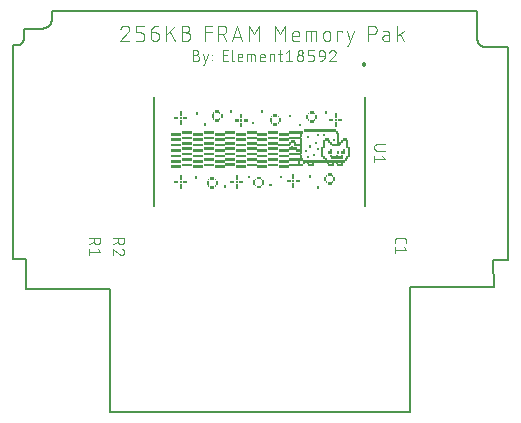
<source format=gto>
G75*
%MOIN*%
%OFA0B0*%
%FSLAX25Y25*%
%IPPOS*%
%LPD*%
%AMOC8*
5,1,8,0,0,1.08239X$1,22.5*
%
%ADD10C,0.00600*%
%ADD11C,0.00400*%
%ADD12C,0.00300*%
%ADD13R,0.00600X0.00075*%
%ADD14R,0.01200X0.00075*%
%ADD15R,0.00300X0.00075*%
%ADD16R,0.03600X0.00075*%
%ADD17R,0.04800X0.00075*%
%ADD18R,0.01800X0.00075*%
%ADD19R,0.03450X0.00075*%
%ADD20R,0.13800X0.00075*%
%ADD21R,0.04200X0.00075*%
%ADD22R,0.02400X0.00075*%
%ADD23R,0.10800X0.00075*%
%ADD24R,0.00075X0.00600*%
%ADD25C,0.00787*%
%ADD26C,0.00500*%
D10*
X0046490Y0004511D02*
X0046415Y0045619D01*
X0018449Y0045619D01*
X0018524Y0055507D01*
X0014221Y0055507D01*
X0014221Y0126729D01*
X0015082Y0126729D01*
X0015187Y0126731D01*
X0015291Y0126737D01*
X0015395Y0126747D01*
X0015499Y0126760D01*
X0015602Y0126778D01*
X0015704Y0126799D01*
X0015806Y0126824D01*
X0015906Y0126853D01*
X0016006Y0126886D01*
X0016104Y0126922D01*
X0016200Y0126962D01*
X0016296Y0127006D01*
X0016389Y0127053D01*
X0016480Y0127104D01*
X0016570Y0127158D01*
X0016658Y0127215D01*
X0016743Y0127276D01*
X0016826Y0127339D01*
X0016906Y0127406D01*
X0016984Y0127476D01*
X0017060Y0127548D01*
X0017132Y0127624D01*
X0017202Y0127702D01*
X0017269Y0127782D01*
X0017332Y0127865D01*
X0017393Y0127950D01*
X0017450Y0128038D01*
X0017504Y0128127D01*
X0017555Y0128219D01*
X0017602Y0128312D01*
X0017646Y0128408D01*
X0017686Y0128504D01*
X0017722Y0128602D01*
X0017755Y0128702D01*
X0017784Y0128802D01*
X0017809Y0128904D01*
X0017830Y0129006D01*
X0017848Y0129109D01*
X0017861Y0129213D01*
X0017871Y0129317D01*
X0017877Y0129421D01*
X0017879Y0129526D01*
X0017879Y0132323D01*
X0023687Y0132323D01*
X0023802Y0132325D01*
X0023917Y0132331D01*
X0024032Y0132340D01*
X0024146Y0132354D01*
X0024260Y0132371D01*
X0024373Y0132392D01*
X0024485Y0132417D01*
X0024596Y0132445D01*
X0024707Y0132478D01*
X0024816Y0132513D01*
X0024924Y0132553D01*
X0025031Y0132596D01*
X0025136Y0132643D01*
X0025239Y0132693D01*
X0025341Y0132747D01*
X0025441Y0132803D01*
X0025539Y0132864D01*
X0025635Y0132927D01*
X0025729Y0132994D01*
X0025820Y0133064D01*
X0025909Y0133137D01*
X0025996Y0133212D01*
X0026080Y0133291D01*
X0026161Y0133372D01*
X0026240Y0133456D01*
X0026315Y0133543D01*
X0026388Y0133632D01*
X0026458Y0133723D01*
X0026525Y0133817D01*
X0026588Y0133913D01*
X0026649Y0134011D01*
X0026705Y0134111D01*
X0026759Y0134213D01*
X0026809Y0134316D01*
X0026856Y0134421D01*
X0026899Y0134528D01*
X0026939Y0134636D01*
X0026974Y0134745D01*
X0027007Y0134856D01*
X0027035Y0134967D01*
X0027060Y0135079D01*
X0027081Y0135192D01*
X0027098Y0135306D01*
X0027112Y0135420D01*
X0027121Y0135535D01*
X0027127Y0135650D01*
X0027129Y0135765D01*
X0027129Y0138129D01*
X0092312Y0138129D01*
X0092345Y0138129D01*
X0092312Y0138129D02*
X0168897Y0138133D01*
X0168897Y0129095D01*
X0168899Y0128987D01*
X0168905Y0128880D01*
X0168914Y0128773D01*
X0168928Y0128666D01*
X0168945Y0128560D01*
X0168966Y0128455D01*
X0168991Y0128350D01*
X0169019Y0128246D01*
X0169051Y0128144D01*
X0169087Y0128042D01*
X0169126Y0127942D01*
X0169169Y0127844D01*
X0169216Y0127747D01*
X0169265Y0127652D01*
X0169319Y0127558D01*
X0169375Y0127467D01*
X0169435Y0127377D01*
X0169498Y0127290D01*
X0169564Y0127205D01*
X0169633Y0127123D01*
X0169705Y0127043D01*
X0169779Y0126965D01*
X0169857Y0126891D01*
X0169937Y0126819D01*
X0170019Y0126750D01*
X0170104Y0126684D01*
X0170191Y0126621D01*
X0170281Y0126561D01*
X0170372Y0126505D01*
X0170466Y0126451D01*
X0170561Y0126402D01*
X0170658Y0126355D01*
X0170756Y0126312D01*
X0170856Y0126273D01*
X0170958Y0126237D01*
X0171060Y0126205D01*
X0171164Y0126177D01*
X0171269Y0126152D01*
X0171374Y0126131D01*
X0171480Y0126114D01*
X0171587Y0126100D01*
X0171694Y0126091D01*
X0171801Y0126085D01*
X0171909Y0126083D01*
X0179008Y0126083D01*
X0179008Y0055292D01*
X0174276Y0055292D01*
X0174351Y0046049D01*
X0146510Y0046049D01*
X0146585Y0004511D01*
X0046490Y0004511D01*
D11*
X0125307Y0126404D02*
X0125885Y0126404D01*
X0127618Y0131604D01*
X0125307Y0131604D02*
X0126462Y0128137D01*
X0123876Y0131026D02*
X0123876Y0131604D01*
X0122143Y0131604D01*
X0122143Y0128137D01*
X0119890Y0129292D02*
X0119890Y0130448D01*
X0119888Y0130515D01*
X0119882Y0130582D01*
X0119872Y0130649D01*
X0119859Y0130715D01*
X0119841Y0130780D01*
X0119820Y0130843D01*
X0119795Y0130906D01*
X0119767Y0130967D01*
X0119735Y0131026D01*
X0119700Y0131083D01*
X0119661Y0131138D01*
X0119620Y0131191D01*
X0119575Y0131241D01*
X0119527Y0131289D01*
X0119477Y0131334D01*
X0119424Y0131375D01*
X0119369Y0131414D01*
X0119312Y0131449D01*
X0119253Y0131481D01*
X0119192Y0131509D01*
X0119129Y0131534D01*
X0119066Y0131555D01*
X0119001Y0131573D01*
X0118935Y0131586D01*
X0118868Y0131596D01*
X0118801Y0131602D01*
X0118734Y0131604D01*
X0118667Y0131602D01*
X0118600Y0131596D01*
X0118533Y0131586D01*
X0118467Y0131573D01*
X0118402Y0131555D01*
X0118339Y0131534D01*
X0118276Y0131509D01*
X0118215Y0131481D01*
X0118156Y0131449D01*
X0118099Y0131414D01*
X0118044Y0131375D01*
X0117991Y0131334D01*
X0117941Y0131289D01*
X0117893Y0131241D01*
X0117848Y0131191D01*
X0117807Y0131138D01*
X0117768Y0131083D01*
X0117733Y0131026D01*
X0117701Y0130967D01*
X0117673Y0130906D01*
X0117648Y0130843D01*
X0117627Y0130780D01*
X0117609Y0130715D01*
X0117596Y0130649D01*
X0117586Y0130582D01*
X0117580Y0130515D01*
X0117578Y0130448D01*
X0117579Y0130448D02*
X0117579Y0129292D01*
X0117578Y0129292D02*
X0117580Y0129225D01*
X0117586Y0129158D01*
X0117596Y0129091D01*
X0117609Y0129025D01*
X0117627Y0128960D01*
X0117648Y0128897D01*
X0117673Y0128834D01*
X0117701Y0128773D01*
X0117733Y0128714D01*
X0117768Y0128657D01*
X0117807Y0128602D01*
X0117848Y0128549D01*
X0117893Y0128499D01*
X0117941Y0128451D01*
X0117991Y0128406D01*
X0118044Y0128365D01*
X0118099Y0128326D01*
X0118156Y0128291D01*
X0118215Y0128259D01*
X0118276Y0128231D01*
X0118339Y0128206D01*
X0118402Y0128185D01*
X0118467Y0128167D01*
X0118533Y0128154D01*
X0118600Y0128144D01*
X0118667Y0128138D01*
X0118734Y0128136D01*
X0118801Y0128138D01*
X0118868Y0128144D01*
X0118935Y0128154D01*
X0119001Y0128167D01*
X0119066Y0128185D01*
X0119129Y0128206D01*
X0119192Y0128231D01*
X0119253Y0128259D01*
X0119312Y0128291D01*
X0119369Y0128326D01*
X0119424Y0128365D01*
X0119477Y0128406D01*
X0119527Y0128451D01*
X0119575Y0128499D01*
X0119620Y0128549D01*
X0119661Y0128602D01*
X0119700Y0128657D01*
X0119735Y0128714D01*
X0119767Y0128773D01*
X0119795Y0128834D01*
X0119820Y0128897D01*
X0119841Y0128960D01*
X0119859Y0129025D01*
X0119872Y0129091D01*
X0119882Y0129158D01*
X0119888Y0129225D01*
X0119890Y0129292D01*
X0115260Y0128137D02*
X0115260Y0130737D01*
X0115258Y0130794D01*
X0115253Y0130850D01*
X0115243Y0130906D01*
X0115230Y0130961D01*
X0115214Y0131016D01*
X0115194Y0131069D01*
X0115171Y0131120D01*
X0115144Y0131171D01*
X0115114Y0131219D01*
X0115081Y0131265D01*
X0115045Y0131309D01*
X0115006Y0131350D01*
X0114965Y0131389D01*
X0114921Y0131425D01*
X0114875Y0131458D01*
X0114827Y0131488D01*
X0114776Y0131515D01*
X0114725Y0131538D01*
X0114672Y0131558D01*
X0114617Y0131574D01*
X0114562Y0131587D01*
X0114506Y0131597D01*
X0114450Y0131602D01*
X0114393Y0131604D01*
X0111793Y0131604D01*
X0111793Y0128137D01*
X0113526Y0128137D02*
X0113526Y0131604D01*
X0109474Y0130448D02*
X0109474Y0129870D01*
X0107163Y0129870D01*
X0107163Y0130448D02*
X0107163Y0129004D01*
X0107165Y0128947D01*
X0107170Y0128891D01*
X0107180Y0128835D01*
X0107193Y0128780D01*
X0107209Y0128725D01*
X0107229Y0128672D01*
X0107252Y0128621D01*
X0107279Y0128571D01*
X0107309Y0128522D01*
X0107342Y0128476D01*
X0107378Y0128432D01*
X0107417Y0128391D01*
X0107458Y0128352D01*
X0107502Y0128316D01*
X0107548Y0128283D01*
X0107597Y0128253D01*
X0107647Y0128226D01*
X0107698Y0128203D01*
X0107751Y0128183D01*
X0107806Y0128167D01*
X0107861Y0128154D01*
X0107917Y0128144D01*
X0107973Y0128139D01*
X0108030Y0128137D01*
X0109474Y0128137D01*
X0109474Y0130448D02*
X0109472Y0130515D01*
X0109466Y0130582D01*
X0109456Y0130649D01*
X0109443Y0130715D01*
X0109425Y0130780D01*
X0109404Y0130843D01*
X0109379Y0130906D01*
X0109351Y0130967D01*
X0109319Y0131026D01*
X0109284Y0131083D01*
X0109245Y0131138D01*
X0109204Y0131191D01*
X0109159Y0131241D01*
X0109111Y0131289D01*
X0109061Y0131334D01*
X0109008Y0131375D01*
X0108953Y0131414D01*
X0108896Y0131449D01*
X0108837Y0131481D01*
X0108776Y0131509D01*
X0108713Y0131534D01*
X0108650Y0131555D01*
X0108585Y0131573D01*
X0108519Y0131586D01*
X0108452Y0131596D01*
X0108385Y0131602D01*
X0108318Y0131604D01*
X0108251Y0131602D01*
X0108184Y0131596D01*
X0108117Y0131586D01*
X0108051Y0131573D01*
X0107986Y0131555D01*
X0107923Y0131534D01*
X0107860Y0131509D01*
X0107799Y0131481D01*
X0107740Y0131449D01*
X0107683Y0131414D01*
X0107628Y0131375D01*
X0107575Y0131334D01*
X0107525Y0131289D01*
X0107477Y0131241D01*
X0107432Y0131191D01*
X0107391Y0131138D01*
X0107352Y0131083D01*
X0107317Y0131026D01*
X0107285Y0130967D01*
X0107257Y0130906D01*
X0107232Y0130843D01*
X0107211Y0130780D01*
X0107193Y0130715D01*
X0107180Y0130649D01*
X0107170Y0130582D01*
X0107164Y0130515D01*
X0107162Y0130448D01*
X0104844Y0128137D02*
X0104844Y0133337D01*
X0103110Y0130448D01*
X0101377Y0133337D01*
X0101377Y0128137D01*
X0096108Y0128137D02*
X0096108Y0133337D01*
X0094374Y0130448D01*
X0092641Y0133337D01*
X0092641Y0128137D01*
X0090564Y0128137D02*
X0088831Y0133337D01*
X0087097Y0128137D01*
X0087531Y0129437D02*
X0090131Y0129437D01*
X0085266Y0128137D02*
X0084110Y0130448D01*
X0083821Y0130448D02*
X0082377Y0130448D01*
X0083821Y0130448D02*
X0083897Y0130450D01*
X0083972Y0130456D01*
X0084047Y0130466D01*
X0084121Y0130480D01*
X0084195Y0130497D01*
X0084267Y0130519D01*
X0084338Y0130544D01*
X0084408Y0130573D01*
X0084477Y0130605D01*
X0084543Y0130641D01*
X0084607Y0130681D01*
X0084670Y0130724D01*
X0084730Y0130770D01*
X0084787Y0130819D01*
X0084842Y0130871D01*
X0084894Y0130926D01*
X0084943Y0130983D01*
X0084989Y0131043D01*
X0085032Y0131106D01*
X0085072Y0131170D01*
X0085108Y0131236D01*
X0085140Y0131305D01*
X0085169Y0131375D01*
X0085194Y0131446D01*
X0085216Y0131518D01*
X0085233Y0131592D01*
X0085247Y0131666D01*
X0085257Y0131741D01*
X0085263Y0131816D01*
X0085265Y0131892D01*
X0085263Y0131968D01*
X0085257Y0132043D01*
X0085247Y0132118D01*
X0085233Y0132192D01*
X0085216Y0132266D01*
X0085194Y0132338D01*
X0085169Y0132409D01*
X0085140Y0132479D01*
X0085108Y0132548D01*
X0085072Y0132614D01*
X0085032Y0132678D01*
X0084989Y0132741D01*
X0084943Y0132801D01*
X0084894Y0132858D01*
X0084842Y0132913D01*
X0084787Y0132965D01*
X0084730Y0133014D01*
X0084670Y0133060D01*
X0084607Y0133103D01*
X0084543Y0133143D01*
X0084477Y0133179D01*
X0084408Y0133211D01*
X0084338Y0133240D01*
X0084267Y0133265D01*
X0084195Y0133287D01*
X0084121Y0133304D01*
X0084047Y0133318D01*
X0083972Y0133328D01*
X0083897Y0133334D01*
X0083821Y0133336D01*
X0083821Y0133337D02*
X0082377Y0133337D01*
X0082377Y0128137D01*
X0080299Y0131026D02*
X0077988Y0131026D01*
X0077988Y0133337D02*
X0077988Y0128137D01*
X0071765Y0128137D02*
X0070321Y0128137D01*
X0070321Y0133337D01*
X0071765Y0133337D01*
X0071832Y0133335D01*
X0071899Y0133329D01*
X0071966Y0133319D01*
X0072032Y0133306D01*
X0072097Y0133288D01*
X0072160Y0133267D01*
X0072223Y0133242D01*
X0072284Y0133214D01*
X0072343Y0133182D01*
X0072400Y0133147D01*
X0072455Y0133108D01*
X0072508Y0133067D01*
X0072558Y0133022D01*
X0072606Y0132974D01*
X0072651Y0132924D01*
X0072692Y0132871D01*
X0072731Y0132816D01*
X0072766Y0132759D01*
X0072798Y0132700D01*
X0072826Y0132639D01*
X0072851Y0132576D01*
X0072872Y0132513D01*
X0072890Y0132448D01*
X0072903Y0132382D01*
X0072913Y0132315D01*
X0072919Y0132248D01*
X0072921Y0132181D01*
X0072919Y0132114D01*
X0072913Y0132047D01*
X0072903Y0131980D01*
X0072890Y0131914D01*
X0072872Y0131849D01*
X0072851Y0131786D01*
X0072826Y0131723D01*
X0072798Y0131662D01*
X0072766Y0131603D01*
X0072731Y0131546D01*
X0072692Y0131491D01*
X0072651Y0131438D01*
X0072606Y0131388D01*
X0072558Y0131340D01*
X0072508Y0131295D01*
X0072455Y0131254D01*
X0072400Y0131215D01*
X0072343Y0131180D01*
X0072284Y0131148D01*
X0072223Y0131120D01*
X0072160Y0131095D01*
X0072097Y0131074D01*
X0072032Y0131056D01*
X0071966Y0131043D01*
X0071899Y0131033D01*
X0071832Y0131027D01*
X0071765Y0131025D01*
X0071765Y0131026D02*
X0070321Y0131026D01*
X0071765Y0131025D02*
X0071841Y0131023D01*
X0071916Y0131017D01*
X0071991Y0131007D01*
X0072065Y0130993D01*
X0072139Y0130976D01*
X0072211Y0130954D01*
X0072282Y0130929D01*
X0072352Y0130900D01*
X0072421Y0130868D01*
X0072487Y0130832D01*
X0072551Y0130792D01*
X0072614Y0130749D01*
X0072674Y0130703D01*
X0072731Y0130654D01*
X0072786Y0130602D01*
X0072838Y0130547D01*
X0072887Y0130490D01*
X0072933Y0130430D01*
X0072976Y0130367D01*
X0073016Y0130303D01*
X0073052Y0130237D01*
X0073084Y0130168D01*
X0073113Y0130098D01*
X0073138Y0130027D01*
X0073160Y0129955D01*
X0073177Y0129881D01*
X0073191Y0129807D01*
X0073201Y0129732D01*
X0073207Y0129657D01*
X0073209Y0129581D01*
X0073207Y0129505D01*
X0073201Y0129430D01*
X0073191Y0129355D01*
X0073177Y0129281D01*
X0073160Y0129207D01*
X0073138Y0129135D01*
X0073113Y0129064D01*
X0073084Y0128994D01*
X0073052Y0128925D01*
X0073016Y0128859D01*
X0072976Y0128795D01*
X0072933Y0128732D01*
X0072887Y0128672D01*
X0072838Y0128615D01*
X0072786Y0128560D01*
X0072731Y0128508D01*
X0072674Y0128459D01*
X0072614Y0128413D01*
X0072551Y0128370D01*
X0072487Y0128330D01*
X0072421Y0128294D01*
X0072352Y0128262D01*
X0072282Y0128233D01*
X0072211Y0128208D01*
X0072139Y0128186D01*
X0072065Y0128169D01*
X0071991Y0128155D01*
X0071916Y0128145D01*
X0071841Y0128139D01*
X0071765Y0128137D01*
X0068170Y0128137D02*
X0066436Y0131315D01*
X0065281Y0130159D02*
X0068170Y0133337D01*
X0065281Y0133337D02*
X0065281Y0128137D01*
X0062891Y0129581D02*
X0062891Y0129870D01*
X0062889Y0129937D01*
X0062883Y0130004D01*
X0062873Y0130071D01*
X0062860Y0130137D01*
X0062842Y0130202D01*
X0062821Y0130265D01*
X0062796Y0130328D01*
X0062768Y0130389D01*
X0062736Y0130448D01*
X0062701Y0130505D01*
X0062662Y0130560D01*
X0062621Y0130613D01*
X0062576Y0130663D01*
X0062528Y0130711D01*
X0062478Y0130756D01*
X0062425Y0130797D01*
X0062370Y0130836D01*
X0062313Y0130871D01*
X0062254Y0130903D01*
X0062193Y0130931D01*
X0062130Y0130956D01*
X0062067Y0130977D01*
X0062002Y0130995D01*
X0061936Y0131008D01*
X0061869Y0131018D01*
X0061802Y0131024D01*
X0061735Y0131026D01*
X0060002Y0131026D01*
X0060002Y0129581D01*
X0060003Y0129581D02*
X0060005Y0129505D01*
X0060011Y0129430D01*
X0060021Y0129355D01*
X0060035Y0129281D01*
X0060052Y0129207D01*
X0060074Y0129135D01*
X0060099Y0129064D01*
X0060128Y0128994D01*
X0060160Y0128925D01*
X0060196Y0128859D01*
X0060236Y0128795D01*
X0060279Y0128732D01*
X0060325Y0128672D01*
X0060374Y0128615D01*
X0060426Y0128560D01*
X0060481Y0128508D01*
X0060538Y0128459D01*
X0060598Y0128413D01*
X0060661Y0128370D01*
X0060725Y0128330D01*
X0060791Y0128294D01*
X0060860Y0128262D01*
X0060930Y0128233D01*
X0061001Y0128208D01*
X0061073Y0128186D01*
X0061147Y0128169D01*
X0061221Y0128155D01*
X0061296Y0128145D01*
X0061371Y0128139D01*
X0061447Y0128137D01*
X0061523Y0128139D01*
X0061598Y0128145D01*
X0061673Y0128155D01*
X0061747Y0128169D01*
X0061821Y0128186D01*
X0061893Y0128208D01*
X0061964Y0128233D01*
X0062034Y0128262D01*
X0062103Y0128294D01*
X0062169Y0128330D01*
X0062233Y0128370D01*
X0062296Y0128413D01*
X0062356Y0128459D01*
X0062413Y0128508D01*
X0062468Y0128560D01*
X0062520Y0128615D01*
X0062569Y0128672D01*
X0062615Y0128732D01*
X0062658Y0128795D01*
X0062698Y0128859D01*
X0062734Y0128925D01*
X0062766Y0128994D01*
X0062795Y0129064D01*
X0062820Y0129135D01*
X0062842Y0129207D01*
X0062859Y0129281D01*
X0062873Y0129355D01*
X0062883Y0129430D01*
X0062889Y0129505D01*
X0062891Y0129581D01*
X0060002Y0131026D02*
X0060004Y0131122D01*
X0060010Y0131217D01*
X0060020Y0131312D01*
X0060034Y0131406D01*
X0060051Y0131500D01*
X0060073Y0131593D01*
X0060098Y0131685D01*
X0060127Y0131776D01*
X0060160Y0131866D01*
X0060197Y0131954D01*
X0060237Y0132041D01*
X0060281Y0132126D01*
X0060328Y0132209D01*
X0060378Y0132290D01*
X0060432Y0132369D01*
X0060489Y0132445D01*
X0060550Y0132520D01*
X0060613Y0132591D01*
X0060679Y0132660D01*
X0060748Y0132726D01*
X0060819Y0132789D01*
X0060894Y0132850D01*
X0060970Y0132907D01*
X0061049Y0132961D01*
X0061130Y0133011D01*
X0061213Y0133058D01*
X0061298Y0133102D01*
X0061385Y0133142D01*
X0061473Y0133179D01*
X0061563Y0133212D01*
X0061654Y0133241D01*
X0061746Y0133266D01*
X0061839Y0133288D01*
X0061933Y0133305D01*
X0062027Y0133319D01*
X0062122Y0133329D01*
X0062217Y0133335D01*
X0062313Y0133337D01*
X0057851Y0133337D02*
X0054962Y0133337D01*
X0054962Y0131026D01*
X0056695Y0131026D01*
X0056762Y0131024D01*
X0056829Y0131018D01*
X0056896Y0131008D01*
X0056962Y0130995D01*
X0057027Y0130977D01*
X0057090Y0130956D01*
X0057153Y0130931D01*
X0057214Y0130903D01*
X0057273Y0130871D01*
X0057330Y0130836D01*
X0057385Y0130797D01*
X0057438Y0130756D01*
X0057488Y0130711D01*
X0057536Y0130663D01*
X0057581Y0130613D01*
X0057622Y0130560D01*
X0057661Y0130505D01*
X0057696Y0130448D01*
X0057728Y0130389D01*
X0057756Y0130328D01*
X0057781Y0130265D01*
X0057802Y0130202D01*
X0057820Y0130137D01*
X0057833Y0130071D01*
X0057843Y0130004D01*
X0057849Y0129937D01*
X0057851Y0129870D01*
X0057851Y0129292D01*
X0057849Y0129225D01*
X0057843Y0129158D01*
X0057833Y0129091D01*
X0057820Y0129025D01*
X0057802Y0128960D01*
X0057781Y0128897D01*
X0057756Y0128834D01*
X0057728Y0128773D01*
X0057696Y0128714D01*
X0057661Y0128657D01*
X0057622Y0128602D01*
X0057581Y0128549D01*
X0057536Y0128499D01*
X0057488Y0128451D01*
X0057438Y0128406D01*
X0057385Y0128365D01*
X0057330Y0128326D01*
X0057273Y0128291D01*
X0057214Y0128259D01*
X0057153Y0128231D01*
X0057090Y0128206D01*
X0057027Y0128185D01*
X0056962Y0128167D01*
X0056896Y0128154D01*
X0056829Y0128144D01*
X0056762Y0128138D01*
X0056695Y0128136D01*
X0056695Y0128137D02*
X0054962Y0128137D01*
X0052811Y0128137D02*
X0049922Y0128137D01*
X0052378Y0131026D01*
X0051511Y0133337D02*
X0051430Y0133335D01*
X0051350Y0133329D01*
X0051270Y0133319D01*
X0051190Y0133306D01*
X0051111Y0133288D01*
X0051033Y0133267D01*
X0050956Y0133242D01*
X0050881Y0133214D01*
X0050807Y0133181D01*
X0050734Y0133145D01*
X0050664Y0133106D01*
X0050595Y0133063D01*
X0050529Y0133018D01*
X0050465Y0132969D01*
X0050403Y0132916D01*
X0050344Y0132861D01*
X0050287Y0132804D01*
X0050234Y0132743D01*
X0050183Y0132680D01*
X0050136Y0132615D01*
X0050092Y0132547D01*
X0050051Y0132477D01*
X0050013Y0132406D01*
X0049979Y0132333D01*
X0049949Y0132258D01*
X0049922Y0132182D01*
X0052378Y0131026D02*
X0052428Y0131076D01*
X0052475Y0131129D01*
X0052520Y0131183D01*
X0052561Y0131240D01*
X0052600Y0131299D01*
X0052636Y0131360D01*
X0052669Y0131423D01*
X0052698Y0131487D01*
X0052724Y0131553D01*
X0052747Y0131620D01*
X0052767Y0131687D01*
X0052782Y0131756D01*
X0052795Y0131826D01*
X0052804Y0131896D01*
X0052809Y0131966D01*
X0052811Y0132037D01*
X0052809Y0132107D01*
X0052803Y0132178D01*
X0052794Y0132247D01*
X0052781Y0132316D01*
X0052764Y0132385D01*
X0052743Y0132452D01*
X0052719Y0132518D01*
X0052691Y0132583D01*
X0052660Y0132646D01*
X0052625Y0132707D01*
X0052587Y0132767D01*
X0052546Y0132824D01*
X0052502Y0132879D01*
X0052455Y0132931D01*
X0052405Y0132981D01*
X0052353Y0133028D01*
X0052298Y0133072D01*
X0052241Y0133113D01*
X0052181Y0133151D01*
X0052120Y0133186D01*
X0052057Y0133217D01*
X0051992Y0133245D01*
X0051926Y0133269D01*
X0051859Y0133290D01*
X0051790Y0133307D01*
X0051721Y0133320D01*
X0051652Y0133329D01*
X0051581Y0133335D01*
X0051511Y0133337D01*
X0077988Y0133337D02*
X0080299Y0133337D01*
X0132481Y0133337D02*
X0132481Y0128137D01*
X0132481Y0130448D02*
X0133925Y0130448D01*
X0134001Y0130450D01*
X0134076Y0130456D01*
X0134151Y0130466D01*
X0134225Y0130480D01*
X0134299Y0130497D01*
X0134371Y0130519D01*
X0134442Y0130544D01*
X0134512Y0130573D01*
X0134581Y0130605D01*
X0134647Y0130641D01*
X0134711Y0130681D01*
X0134774Y0130724D01*
X0134834Y0130770D01*
X0134891Y0130819D01*
X0134946Y0130871D01*
X0134998Y0130926D01*
X0135047Y0130983D01*
X0135093Y0131043D01*
X0135136Y0131106D01*
X0135176Y0131170D01*
X0135212Y0131236D01*
X0135244Y0131305D01*
X0135273Y0131375D01*
X0135298Y0131446D01*
X0135320Y0131518D01*
X0135337Y0131592D01*
X0135351Y0131666D01*
X0135361Y0131741D01*
X0135367Y0131816D01*
X0135369Y0131892D01*
X0135367Y0131968D01*
X0135361Y0132043D01*
X0135351Y0132118D01*
X0135337Y0132192D01*
X0135320Y0132266D01*
X0135298Y0132338D01*
X0135273Y0132409D01*
X0135244Y0132479D01*
X0135212Y0132548D01*
X0135176Y0132614D01*
X0135136Y0132678D01*
X0135093Y0132741D01*
X0135047Y0132801D01*
X0134998Y0132858D01*
X0134946Y0132913D01*
X0134891Y0132965D01*
X0134834Y0133014D01*
X0134774Y0133060D01*
X0134711Y0133103D01*
X0134647Y0133143D01*
X0134581Y0133179D01*
X0134512Y0133211D01*
X0134442Y0133240D01*
X0134371Y0133265D01*
X0134299Y0133287D01*
X0134225Y0133304D01*
X0134151Y0133318D01*
X0134076Y0133328D01*
X0134001Y0133334D01*
X0133925Y0133336D01*
X0133925Y0133337D02*
X0132481Y0133337D01*
X0137499Y0131604D02*
X0138655Y0131604D01*
X0138712Y0131602D01*
X0138768Y0131597D01*
X0138824Y0131587D01*
X0138879Y0131574D01*
X0138934Y0131558D01*
X0138987Y0131538D01*
X0139038Y0131515D01*
X0139089Y0131488D01*
X0139137Y0131458D01*
X0139183Y0131425D01*
X0139227Y0131389D01*
X0139268Y0131350D01*
X0139307Y0131309D01*
X0139343Y0131265D01*
X0139376Y0131219D01*
X0139406Y0131171D01*
X0139433Y0131120D01*
X0139456Y0131069D01*
X0139476Y0131016D01*
X0139492Y0130961D01*
X0139505Y0130906D01*
X0139515Y0130850D01*
X0139520Y0130794D01*
X0139522Y0130737D01*
X0139521Y0130737D02*
X0139521Y0128137D01*
X0138221Y0128137D01*
X0138159Y0128139D01*
X0138097Y0128145D01*
X0138035Y0128154D01*
X0137974Y0128168D01*
X0137915Y0128185D01*
X0137856Y0128205D01*
X0137798Y0128230D01*
X0137743Y0128257D01*
X0137689Y0128288D01*
X0137637Y0128323D01*
X0137587Y0128360D01*
X0137540Y0128401D01*
X0137495Y0128444D01*
X0137453Y0128490D01*
X0137414Y0128539D01*
X0137378Y0128590D01*
X0137345Y0128643D01*
X0137316Y0128697D01*
X0137290Y0128754D01*
X0137267Y0128812D01*
X0137249Y0128871D01*
X0137233Y0128932D01*
X0137222Y0128993D01*
X0137214Y0129055D01*
X0137210Y0129117D01*
X0137210Y0129179D01*
X0137214Y0129241D01*
X0137222Y0129303D01*
X0137233Y0129364D01*
X0137249Y0129425D01*
X0137267Y0129484D01*
X0137290Y0129542D01*
X0137316Y0129599D01*
X0137345Y0129654D01*
X0137378Y0129706D01*
X0137414Y0129757D01*
X0137453Y0129806D01*
X0137495Y0129852D01*
X0137540Y0129895D01*
X0137587Y0129936D01*
X0137637Y0129973D01*
X0137689Y0130008D01*
X0137743Y0130039D01*
X0137798Y0130066D01*
X0137856Y0130091D01*
X0137915Y0130111D01*
X0137974Y0130128D01*
X0138035Y0130142D01*
X0138097Y0130151D01*
X0138159Y0130157D01*
X0138221Y0130159D01*
X0139521Y0130159D01*
X0141995Y0129870D02*
X0144307Y0131604D01*
X0143007Y0130592D02*
X0144307Y0128137D01*
X0141995Y0128137D02*
X0141995Y0133337D01*
D12*
X0121337Y0123529D02*
X0119590Y0121473D01*
X0121645Y0121473D01*
X0119590Y0124351D02*
X0119613Y0124415D01*
X0119639Y0124478D01*
X0119669Y0124539D01*
X0119702Y0124598D01*
X0119739Y0124655D01*
X0119779Y0124710D01*
X0119822Y0124762D01*
X0119868Y0124812D01*
X0119916Y0124860D01*
X0119968Y0124904D01*
X0120021Y0124946D01*
X0120077Y0124984D01*
X0120135Y0125019D01*
X0120195Y0125051D01*
X0120257Y0125079D01*
X0120320Y0125104D01*
X0120385Y0125125D01*
X0120451Y0125142D01*
X0120517Y0125156D01*
X0120584Y0125165D01*
X0120652Y0125171D01*
X0120720Y0125173D01*
X0120778Y0125171D01*
X0120836Y0125166D01*
X0120893Y0125157D01*
X0120950Y0125144D01*
X0121006Y0125128D01*
X0121061Y0125108D01*
X0121114Y0125085D01*
X0121166Y0125059D01*
X0121216Y0125029D01*
X0121264Y0124996D01*
X0121310Y0124961D01*
X0121353Y0124922D01*
X0121394Y0124881D01*
X0121433Y0124838D01*
X0121468Y0124792D01*
X0121501Y0124744D01*
X0121531Y0124694D01*
X0121557Y0124642D01*
X0121580Y0124589D01*
X0121600Y0124534D01*
X0121616Y0124478D01*
X0121629Y0124421D01*
X0121638Y0124364D01*
X0121643Y0124306D01*
X0121645Y0124248D01*
X0121646Y0124248D02*
X0121644Y0124186D01*
X0121638Y0124124D01*
X0121629Y0124063D01*
X0121615Y0124003D01*
X0121598Y0123943D01*
X0121577Y0123885D01*
X0121553Y0123828D01*
X0121525Y0123773D01*
X0121494Y0123719D01*
X0121459Y0123668D01*
X0121422Y0123619D01*
X0121381Y0123572D01*
X0121338Y0123528D01*
X0118045Y0123118D02*
X0118045Y0124146D01*
X0118043Y0124209D01*
X0118037Y0124272D01*
X0118027Y0124335D01*
X0118014Y0124397D01*
X0117997Y0124458D01*
X0117976Y0124517D01*
X0117951Y0124576D01*
X0117923Y0124632D01*
X0117891Y0124687D01*
X0117856Y0124740D01*
X0117818Y0124790D01*
X0117777Y0124839D01*
X0117733Y0124884D01*
X0117686Y0124927D01*
X0117637Y0124966D01*
X0117585Y0125003D01*
X0117531Y0125036D01*
X0117475Y0125066D01*
X0117418Y0125093D01*
X0117359Y0125116D01*
X0117298Y0125135D01*
X0117237Y0125150D01*
X0117175Y0125162D01*
X0117112Y0125170D01*
X0117049Y0125174D01*
X0116985Y0125174D01*
X0116922Y0125170D01*
X0116859Y0125162D01*
X0116797Y0125150D01*
X0116736Y0125135D01*
X0116675Y0125116D01*
X0116616Y0125093D01*
X0116559Y0125066D01*
X0116503Y0125036D01*
X0116449Y0125003D01*
X0116397Y0124966D01*
X0116348Y0124927D01*
X0116301Y0124884D01*
X0116257Y0124839D01*
X0116216Y0124790D01*
X0116178Y0124740D01*
X0116143Y0124687D01*
X0116111Y0124632D01*
X0116083Y0124576D01*
X0116058Y0124517D01*
X0116037Y0124458D01*
X0116020Y0124397D01*
X0116007Y0124335D01*
X0115997Y0124272D01*
X0115991Y0124209D01*
X0115989Y0124146D01*
X0115990Y0124146D02*
X0115990Y0123940D01*
X0115992Y0123884D01*
X0115998Y0123828D01*
X0116007Y0123773D01*
X0116020Y0123718D01*
X0116037Y0123665D01*
X0116058Y0123613D01*
X0116082Y0123562D01*
X0116110Y0123513D01*
X0116140Y0123466D01*
X0116174Y0123421D01*
X0116211Y0123379D01*
X0116251Y0123339D01*
X0116293Y0123302D01*
X0116338Y0123268D01*
X0116385Y0123238D01*
X0116434Y0123210D01*
X0116485Y0123186D01*
X0116537Y0123165D01*
X0116590Y0123148D01*
X0116645Y0123135D01*
X0116700Y0123126D01*
X0116756Y0123120D01*
X0116812Y0123118D01*
X0118045Y0123118D01*
X0118043Y0123040D01*
X0118038Y0122962D01*
X0118028Y0122884D01*
X0118015Y0122807D01*
X0117999Y0122730D01*
X0117978Y0122655D01*
X0117955Y0122580D01*
X0117927Y0122507D01*
X0117896Y0122435D01*
X0117862Y0122365D01*
X0117825Y0122296D01*
X0117784Y0122229D01*
X0117740Y0122164D01*
X0117693Y0122102D01*
X0117643Y0122041D01*
X0117591Y0121984D01*
X0117535Y0121928D01*
X0117478Y0121876D01*
X0117417Y0121826D01*
X0117355Y0121779D01*
X0117290Y0121735D01*
X0117223Y0121694D01*
X0117154Y0121657D01*
X0117084Y0121623D01*
X0117012Y0121592D01*
X0116939Y0121564D01*
X0116864Y0121541D01*
X0116789Y0121520D01*
X0116712Y0121504D01*
X0116635Y0121491D01*
X0116557Y0121481D01*
X0116479Y0121476D01*
X0116401Y0121474D01*
X0114445Y0122296D02*
X0114445Y0122707D01*
X0114443Y0122763D01*
X0114437Y0122819D01*
X0114428Y0122874D01*
X0114415Y0122929D01*
X0114398Y0122982D01*
X0114377Y0123034D01*
X0114353Y0123085D01*
X0114325Y0123134D01*
X0114295Y0123181D01*
X0114261Y0123226D01*
X0114224Y0123268D01*
X0114184Y0123308D01*
X0114142Y0123345D01*
X0114097Y0123379D01*
X0114050Y0123409D01*
X0114001Y0123437D01*
X0113950Y0123461D01*
X0113898Y0123482D01*
X0113845Y0123499D01*
X0113790Y0123512D01*
X0113735Y0123521D01*
X0113679Y0123527D01*
X0113623Y0123529D01*
X0112390Y0123529D01*
X0112390Y0125173D01*
X0114445Y0125173D01*
X0114445Y0122296D02*
X0114443Y0122240D01*
X0114437Y0122184D01*
X0114428Y0122129D01*
X0114415Y0122074D01*
X0114398Y0122021D01*
X0114377Y0121969D01*
X0114353Y0121918D01*
X0114325Y0121869D01*
X0114295Y0121822D01*
X0114261Y0121777D01*
X0114224Y0121735D01*
X0114184Y0121695D01*
X0114142Y0121658D01*
X0114097Y0121624D01*
X0114050Y0121594D01*
X0114001Y0121566D01*
X0113950Y0121542D01*
X0113898Y0121521D01*
X0113845Y0121504D01*
X0113790Y0121491D01*
X0113735Y0121482D01*
X0113679Y0121476D01*
X0113623Y0121474D01*
X0113623Y0121473D02*
X0112390Y0121473D01*
X0110845Y0122501D02*
X0110843Y0122438D01*
X0110837Y0122375D01*
X0110827Y0122312D01*
X0110814Y0122250D01*
X0110797Y0122189D01*
X0110776Y0122130D01*
X0110751Y0122071D01*
X0110723Y0122015D01*
X0110691Y0121960D01*
X0110656Y0121907D01*
X0110618Y0121857D01*
X0110577Y0121808D01*
X0110533Y0121763D01*
X0110486Y0121720D01*
X0110437Y0121681D01*
X0110385Y0121644D01*
X0110331Y0121611D01*
X0110275Y0121581D01*
X0110218Y0121554D01*
X0110159Y0121531D01*
X0110098Y0121512D01*
X0110037Y0121497D01*
X0109975Y0121485D01*
X0109912Y0121477D01*
X0109849Y0121473D01*
X0109785Y0121473D01*
X0109722Y0121477D01*
X0109659Y0121485D01*
X0109597Y0121497D01*
X0109536Y0121512D01*
X0109475Y0121531D01*
X0109416Y0121554D01*
X0109359Y0121581D01*
X0109303Y0121611D01*
X0109249Y0121644D01*
X0109197Y0121681D01*
X0109148Y0121720D01*
X0109101Y0121763D01*
X0109057Y0121808D01*
X0109016Y0121857D01*
X0108978Y0121907D01*
X0108943Y0121960D01*
X0108911Y0122015D01*
X0108883Y0122071D01*
X0108858Y0122130D01*
X0108837Y0122189D01*
X0108820Y0122250D01*
X0108807Y0122312D01*
X0108797Y0122375D01*
X0108791Y0122438D01*
X0108789Y0122501D01*
X0108791Y0122564D01*
X0108797Y0122627D01*
X0108807Y0122690D01*
X0108820Y0122752D01*
X0108837Y0122813D01*
X0108858Y0122872D01*
X0108883Y0122931D01*
X0108911Y0122987D01*
X0108943Y0123042D01*
X0108978Y0123095D01*
X0109016Y0123145D01*
X0109057Y0123194D01*
X0109101Y0123239D01*
X0109148Y0123282D01*
X0109197Y0123321D01*
X0109249Y0123358D01*
X0109303Y0123391D01*
X0109359Y0123421D01*
X0109416Y0123448D01*
X0109475Y0123471D01*
X0109536Y0123490D01*
X0109597Y0123505D01*
X0109659Y0123517D01*
X0109722Y0123525D01*
X0109785Y0123529D01*
X0109849Y0123529D01*
X0109912Y0123525D01*
X0109975Y0123517D01*
X0110037Y0123505D01*
X0110098Y0123490D01*
X0110159Y0123471D01*
X0110218Y0123448D01*
X0110275Y0123421D01*
X0110331Y0123391D01*
X0110385Y0123358D01*
X0110437Y0123321D01*
X0110486Y0123282D01*
X0110533Y0123239D01*
X0110577Y0123194D01*
X0110618Y0123145D01*
X0110656Y0123095D01*
X0110691Y0123042D01*
X0110723Y0122987D01*
X0110751Y0122931D01*
X0110776Y0122872D01*
X0110797Y0122813D01*
X0110814Y0122752D01*
X0110827Y0122690D01*
X0110837Y0122627D01*
X0110843Y0122564D01*
X0110845Y0122501D01*
X0110639Y0124351D02*
X0110637Y0124295D01*
X0110631Y0124239D01*
X0110622Y0124184D01*
X0110609Y0124129D01*
X0110592Y0124076D01*
X0110571Y0124024D01*
X0110547Y0123973D01*
X0110519Y0123924D01*
X0110489Y0123877D01*
X0110455Y0123832D01*
X0110418Y0123790D01*
X0110378Y0123750D01*
X0110336Y0123713D01*
X0110291Y0123679D01*
X0110244Y0123649D01*
X0110195Y0123621D01*
X0110144Y0123597D01*
X0110092Y0123576D01*
X0110039Y0123559D01*
X0109984Y0123546D01*
X0109929Y0123537D01*
X0109873Y0123531D01*
X0109817Y0123529D01*
X0109761Y0123531D01*
X0109705Y0123537D01*
X0109650Y0123546D01*
X0109595Y0123559D01*
X0109542Y0123576D01*
X0109490Y0123597D01*
X0109439Y0123621D01*
X0109390Y0123649D01*
X0109343Y0123679D01*
X0109298Y0123713D01*
X0109256Y0123750D01*
X0109216Y0123790D01*
X0109179Y0123832D01*
X0109145Y0123877D01*
X0109115Y0123924D01*
X0109087Y0123973D01*
X0109063Y0124024D01*
X0109042Y0124076D01*
X0109025Y0124129D01*
X0109012Y0124184D01*
X0109003Y0124239D01*
X0108997Y0124295D01*
X0108995Y0124351D01*
X0108997Y0124407D01*
X0109003Y0124463D01*
X0109012Y0124518D01*
X0109025Y0124573D01*
X0109042Y0124626D01*
X0109063Y0124678D01*
X0109087Y0124729D01*
X0109115Y0124778D01*
X0109145Y0124825D01*
X0109179Y0124870D01*
X0109216Y0124912D01*
X0109256Y0124952D01*
X0109298Y0124989D01*
X0109343Y0125023D01*
X0109390Y0125053D01*
X0109439Y0125081D01*
X0109490Y0125105D01*
X0109542Y0125126D01*
X0109595Y0125143D01*
X0109650Y0125156D01*
X0109705Y0125165D01*
X0109761Y0125171D01*
X0109817Y0125173D01*
X0109873Y0125171D01*
X0109929Y0125165D01*
X0109984Y0125156D01*
X0110039Y0125143D01*
X0110092Y0125126D01*
X0110144Y0125105D01*
X0110195Y0125081D01*
X0110244Y0125053D01*
X0110291Y0125023D01*
X0110336Y0124989D01*
X0110378Y0124952D01*
X0110418Y0124912D01*
X0110455Y0124870D01*
X0110489Y0124825D01*
X0110519Y0124778D01*
X0110547Y0124729D01*
X0110571Y0124678D01*
X0110592Y0124626D01*
X0110609Y0124573D01*
X0110622Y0124518D01*
X0110631Y0124463D01*
X0110637Y0124407D01*
X0110639Y0124351D01*
X0107245Y0121473D02*
X0105190Y0121473D01*
X0106217Y0121473D02*
X0106217Y0125173D01*
X0105190Y0124351D01*
X0103806Y0123940D02*
X0102573Y0123940D01*
X0102984Y0125173D02*
X0102984Y0122090D01*
X0102983Y0122090D02*
X0102985Y0122042D01*
X0102991Y0121993D01*
X0103000Y0121946D01*
X0103013Y0121899D01*
X0103030Y0121854D01*
X0103050Y0121810D01*
X0103074Y0121768D01*
X0103101Y0121727D01*
X0103131Y0121689D01*
X0103164Y0121654D01*
X0103199Y0121621D01*
X0103237Y0121591D01*
X0103278Y0121564D01*
X0103320Y0121540D01*
X0103364Y0121520D01*
X0103409Y0121503D01*
X0103456Y0121490D01*
X0103503Y0121481D01*
X0103552Y0121475D01*
X0103600Y0121473D01*
X0103806Y0121473D01*
X0101280Y0121473D02*
X0101280Y0123323D01*
X0101278Y0123371D01*
X0101272Y0123420D01*
X0101263Y0123467D01*
X0101250Y0123514D01*
X0101233Y0123559D01*
X0101213Y0123603D01*
X0101189Y0123645D01*
X0101162Y0123686D01*
X0101132Y0123724D01*
X0101099Y0123759D01*
X0101064Y0123792D01*
X0101026Y0123822D01*
X0100985Y0123849D01*
X0100943Y0123873D01*
X0100899Y0123893D01*
X0100854Y0123910D01*
X0100807Y0123923D01*
X0100760Y0123932D01*
X0100711Y0123938D01*
X0100663Y0123940D01*
X0099635Y0123940D01*
X0099635Y0121473D01*
X0098040Y0121473D02*
X0097012Y0121473D01*
X0096964Y0121475D01*
X0096915Y0121481D01*
X0096868Y0121490D01*
X0096821Y0121503D01*
X0096776Y0121520D01*
X0096732Y0121540D01*
X0096690Y0121564D01*
X0096649Y0121591D01*
X0096611Y0121621D01*
X0096576Y0121654D01*
X0096543Y0121689D01*
X0096513Y0121727D01*
X0096486Y0121768D01*
X0096462Y0121810D01*
X0096442Y0121854D01*
X0096425Y0121899D01*
X0096412Y0121946D01*
X0096403Y0121993D01*
X0096397Y0122042D01*
X0096395Y0122090D01*
X0096395Y0123118D01*
X0096395Y0122707D02*
X0098040Y0122707D01*
X0098040Y0123118D01*
X0098038Y0123174D01*
X0098032Y0123230D01*
X0098023Y0123285D01*
X0098010Y0123340D01*
X0097993Y0123393D01*
X0097972Y0123445D01*
X0097948Y0123496D01*
X0097920Y0123545D01*
X0097890Y0123592D01*
X0097856Y0123637D01*
X0097819Y0123679D01*
X0097779Y0123719D01*
X0097737Y0123756D01*
X0097692Y0123790D01*
X0097645Y0123820D01*
X0097596Y0123848D01*
X0097545Y0123872D01*
X0097493Y0123893D01*
X0097440Y0123910D01*
X0097385Y0123923D01*
X0097330Y0123932D01*
X0097274Y0123938D01*
X0097218Y0123940D01*
X0097162Y0123938D01*
X0097106Y0123932D01*
X0097051Y0123923D01*
X0096996Y0123910D01*
X0096943Y0123893D01*
X0096891Y0123872D01*
X0096840Y0123848D01*
X0096791Y0123820D01*
X0096744Y0123790D01*
X0096699Y0123756D01*
X0096657Y0123719D01*
X0096617Y0123679D01*
X0096580Y0123637D01*
X0096546Y0123592D01*
X0096516Y0123545D01*
X0096488Y0123496D01*
X0096464Y0123445D01*
X0096443Y0123393D01*
X0096426Y0123340D01*
X0096413Y0123285D01*
X0096404Y0123230D01*
X0096398Y0123174D01*
X0096396Y0123118D01*
X0094731Y0123323D02*
X0094731Y0121473D01*
X0093498Y0121473D02*
X0093498Y0123940D01*
X0094114Y0123940D02*
X0092264Y0123940D01*
X0092264Y0121473D01*
X0090600Y0121473D02*
X0089572Y0121473D01*
X0089524Y0121475D01*
X0089475Y0121481D01*
X0089428Y0121490D01*
X0089381Y0121503D01*
X0089336Y0121520D01*
X0089292Y0121540D01*
X0089250Y0121564D01*
X0089209Y0121591D01*
X0089171Y0121621D01*
X0089136Y0121654D01*
X0089103Y0121689D01*
X0089073Y0121727D01*
X0089046Y0121768D01*
X0089022Y0121810D01*
X0089002Y0121854D01*
X0088985Y0121899D01*
X0088972Y0121946D01*
X0088963Y0121993D01*
X0088957Y0122042D01*
X0088955Y0122090D01*
X0088955Y0123118D01*
X0088955Y0122707D02*
X0090600Y0122707D01*
X0090600Y0123118D01*
X0090598Y0123174D01*
X0090592Y0123230D01*
X0090583Y0123285D01*
X0090570Y0123340D01*
X0090553Y0123393D01*
X0090532Y0123445D01*
X0090508Y0123496D01*
X0090480Y0123545D01*
X0090450Y0123592D01*
X0090416Y0123637D01*
X0090379Y0123679D01*
X0090339Y0123719D01*
X0090297Y0123756D01*
X0090252Y0123790D01*
X0090205Y0123820D01*
X0090156Y0123848D01*
X0090105Y0123872D01*
X0090053Y0123893D01*
X0090000Y0123910D01*
X0089945Y0123923D01*
X0089890Y0123932D01*
X0089834Y0123938D01*
X0089778Y0123940D01*
X0089722Y0123938D01*
X0089666Y0123932D01*
X0089611Y0123923D01*
X0089556Y0123910D01*
X0089503Y0123893D01*
X0089451Y0123872D01*
X0089400Y0123848D01*
X0089351Y0123820D01*
X0089304Y0123790D01*
X0089259Y0123756D01*
X0089217Y0123719D01*
X0089177Y0123679D01*
X0089140Y0123637D01*
X0089106Y0123592D01*
X0089076Y0123545D01*
X0089048Y0123496D01*
X0089024Y0123445D01*
X0089003Y0123393D01*
X0088986Y0123340D01*
X0088973Y0123285D01*
X0088964Y0123230D01*
X0088958Y0123174D01*
X0088956Y0123118D01*
X0087701Y0121473D02*
X0087653Y0121475D01*
X0087604Y0121481D01*
X0087557Y0121490D01*
X0087510Y0121503D01*
X0087465Y0121520D01*
X0087421Y0121540D01*
X0087379Y0121564D01*
X0087338Y0121591D01*
X0087300Y0121621D01*
X0087265Y0121654D01*
X0087232Y0121689D01*
X0087202Y0121727D01*
X0087175Y0121768D01*
X0087151Y0121810D01*
X0087131Y0121854D01*
X0087114Y0121899D01*
X0087101Y0121946D01*
X0087092Y0121993D01*
X0087086Y0122042D01*
X0087084Y0122090D01*
X0087085Y0122090D02*
X0087085Y0125173D01*
X0085721Y0125173D02*
X0084077Y0125173D01*
X0084077Y0121473D01*
X0085721Y0121473D01*
X0085310Y0123529D02*
X0084077Y0123529D01*
X0080520Y0123426D02*
X0080315Y0123426D01*
X0080315Y0123632D01*
X0080520Y0123632D01*
X0080520Y0123426D01*
X0080520Y0121987D02*
X0080520Y0121782D01*
X0080315Y0121782D01*
X0080315Y0121987D01*
X0080520Y0121987D01*
X0078138Y0121473D02*
X0077315Y0123940D01*
X0078960Y0123940D02*
X0077727Y0120240D01*
X0077315Y0120240D01*
X0075069Y0121473D02*
X0074042Y0121473D01*
X0074042Y0125173D01*
X0075069Y0125173D01*
X0075125Y0125171D01*
X0075181Y0125165D01*
X0075236Y0125156D01*
X0075291Y0125143D01*
X0075344Y0125126D01*
X0075396Y0125105D01*
X0075447Y0125081D01*
X0075496Y0125053D01*
X0075543Y0125023D01*
X0075588Y0124989D01*
X0075630Y0124952D01*
X0075670Y0124912D01*
X0075707Y0124870D01*
X0075741Y0124825D01*
X0075771Y0124778D01*
X0075799Y0124729D01*
X0075823Y0124678D01*
X0075844Y0124626D01*
X0075861Y0124573D01*
X0075874Y0124518D01*
X0075883Y0124463D01*
X0075889Y0124407D01*
X0075891Y0124351D01*
X0075889Y0124295D01*
X0075883Y0124239D01*
X0075874Y0124184D01*
X0075861Y0124129D01*
X0075844Y0124076D01*
X0075823Y0124024D01*
X0075799Y0123973D01*
X0075771Y0123924D01*
X0075741Y0123877D01*
X0075707Y0123832D01*
X0075670Y0123790D01*
X0075630Y0123750D01*
X0075588Y0123713D01*
X0075543Y0123679D01*
X0075496Y0123649D01*
X0075447Y0123621D01*
X0075396Y0123597D01*
X0075344Y0123576D01*
X0075291Y0123559D01*
X0075236Y0123546D01*
X0075181Y0123537D01*
X0075125Y0123531D01*
X0075069Y0123529D01*
X0074042Y0123529D01*
X0075069Y0123529D02*
X0075132Y0123527D01*
X0075195Y0123521D01*
X0075258Y0123511D01*
X0075320Y0123498D01*
X0075381Y0123481D01*
X0075440Y0123460D01*
X0075499Y0123435D01*
X0075555Y0123407D01*
X0075610Y0123375D01*
X0075663Y0123340D01*
X0075713Y0123302D01*
X0075762Y0123261D01*
X0075807Y0123217D01*
X0075850Y0123170D01*
X0075889Y0123121D01*
X0075926Y0123069D01*
X0075959Y0123015D01*
X0075989Y0122959D01*
X0076016Y0122902D01*
X0076039Y0122843D01*
X0076058Y0122782D01*
X0076073Y0122721D01*
X0076085Y0122659D01*
X0076093Y0122596D01*
X0076097Y0122533D01*
X0076097Y0122469D01*
X0076093Y0122406D01*
X0076085Y0122343D01*
X0076073Y0122281D01*
X0076058Y0122220D01*
X0076039Y0122159D01*
X0076016Y0122100D01*
X0075989Y0122043D01*
X0075959Y0121987D01*
X0075926Y0121933D01*
X0075889Y0121881D01*
X0075850Y0121832D01*
X0075807Y0121785D01*
X0075762Y0121741D01*
X0075713Y0121700D01*
X0075663Y0121662D01*
X0075610Y0121627D01*
X0075555Y0121595D01*
X0075499Y0121567D01*
X0075440Y0121542D01*
X0075381Y0121521D01*
X0075320Y0121504D01*
X0075258Y0121491D01*
X0075195Y0121481D01*
X0075132Y0121475D01*
X0075069Y0121473D01*
X0094114Y0123940D02*
X0094162Y0123938D01*
X0094211Y0123932D01*
X0094258Y0123923D01*
X0094305Y0123910D01*
X0094350Y0123893D01*
X0094394Y0123873D01*
X0094436Y0123849D01*
X0094477Y0123822D01*
X0094515Y0123792D01*
X0094550Y0123759D01*
X0094583Y0123724D01*
X0094613Y0123686D01*
X0094640Y0123645D01*
X0094664Y0123603D01*
X0094684Y0123559D01*
X0094701Y0123514D01*
X0094714Y0123467D01*
X0094723Y0123420D01*
X0094729Y0123371D01*
X0094731Y0123323D01*
X0135428Y0093723D02*
X0138101Y0093723D01*
X0138101Y0091667D02*
X0135428Y0091667D01*
X0135365Y0091669D01*
X0135302Y0091675D01*
X0135239Y0091685D01*
X0135177Y0091698D01*
X0135116Y0091715D01*
X0135057Y0091736D01*
X0134998Y0091761D01*
X0134942Y0091789D01*
X0134887Y0091821D01*
X0134834Y0091856D01*
X0134784Y0091894D01*
X0134735Y0091935D01*
X0134690Y0091979D01*
X0134647Y0092026D01*
X0134608Y0092075D01*
X0134571Y0092127D01*
X0134538Y0092181D01*
X0134508Y0092237D01*
X0134481Y0092294D01*
X0134458Y0092353D01*
X0134439Y0092414D01*
X0134424Y0092475D01*
X0134412Y0092537D01*
X0134404Y0092600D01*
X0134400Y0092663D01*
X0134400Y0092727D01*
X0134404Y0092790D01*
X0134412Y0092853D01*
X0134424Y0092915D01*
X0134439Y0092976D01*
X0134458Y0093037D01*
X0134481Y0093096D01*
X0134508Y0093153D01*
X0134538Y0093209D01*
X0134571Y0093263D01*
X0134608Y0093315D01*
X0134647Y0093364D01*
X0134690Y0093411D01*
X0134735Y0093455D01*
X0134784Y0093496D01*
X0134834Y0093534D01*
X0134887Y0093569D01*
X0134942Y0093601D01*
X0134998Y0093629D01*
X0135057Y0093654D01*
X0135116Y0093675D01*
X0135177Y0093692D01*
X0135239Y0093705D01*
X0135302Y0093715D01*
X0135365Y0093721D01*
X0135428Y0093723D01*
X0134401Y0090003D02*
X0134401Y0087947D01*
X0134401Y0088975D02*
X0138101Y0088975D01*
X0137278Y0090003D01*
X0142267Y0062471D02*
X0144323Y0062471D01*
X0144379Y0062469D01*
X0144435Y0062463D01*
X0144490Y0062454D01*
X0144545Y0062441D01*
X0144598Y0062424D01*
X0144650Y0062403D01*
X0144701Y0062379D01*
X0144750Y0062351D01*
X0144797Y0062321D01*
X0144842Y0062287D01*
X0144884Y0062250D01*
X0144924Y0062210D01*
X0144961Y0062168D01*
X0144995Y0062123D01*
X0145025Y0062076D01*
X0145053Y0062027D01*
X0145077Y0061976D01*
X0145098Y0061924D01*
X0145115Y0061871D01*
X0145128Y0061816D01*
X0145137Y0061761D01*
X0145143Y0061705D01*
X0145145Y0061649D01*
X0145145Y0060827D01*
X0144323Y0059461D02*
X0145145Y0058433D01*
X0141445Y0058433D01*
X0141445Y0059461D02*
X0141445Y0057405D01*
X0141445Y0060827D02*
X0141445Y0061649D01*
X0141447Y0061705D01*
X0141453Y0061761D01*
X0141462Y0061816D01*
X0141475Y0061871D01*
X0141492Y0061924D01*
X0141513Y0061976D01*
X0141537Y0062027D01*
X0141565Y0062076D01*
X0141595Y0062123D01*
X0141629Y0062168D01*
X0141666Y0062210D01*
X0141706Y0062250D01*
X0141748Y0062287D01*
X0141793Y0062321D01*
X0141840Y0062351D01*
X0141889Y0062379D01*
X0141940Y0062403D01*
X0141992Y0062424D01*
X0142045Y0062441D01*
X0142100Y0062454D01*
X0142155Y0062463D01*
X0142211Y0062469D01*
X0142267Y0062471D01*
X0051223Y0062471D02*
X0051223Y0061443D01*
X0051223Y0062471D02*
X0047523Y0062471D01*
X0049167Y0062471D02*
X0049167Y0061443D01*
X0049167Y0061238D02*
X0047523Y0060415D01*
X0047523Y0058894D02*
X0047523Y0056838D01*
X0047523Y0058894D02*
X0049578Y0057146D01*
X0051222Y0057763D02*
X0051220Y0057831D01*
X0051214Y0057899D01*
X0051205Y0057966D01*
X0051191Y0058032D01*
X0051174Y0058098D01*
X0051153Y0058163D01*
X0051128Y0058226D01*
X0051100Y0058288D01*
X0051068Y0058348D01*
X0051033Y0058406D01*
X0050995Y0058462D01*
X0050953Y0058516D01*
X0050909Y0058567D01*
X0050861Y0058615D01*
X0050811Y0058661D01*
X0050759Y0058704D01*
X0050704Y0058744D01*
X0050647Y0058781D01*
X0050588Y0058814D01*
X0050527Y0058844D01*
X0050464Y0058870D01*
X0050400Y0058893D01*
X0049578Y0057146D02*
X0049622Y0057103D01*
X0049669Y0057062D01*
X0049718Y0057025D01*
X0049769Y0056990D01*
X0049823Y0056959D01*
X0049878Y0056931D01*
X0049935Y0056907D01*
X0049993Y0056886D01*
X0050053Y0056869D01*
X0050113Y0056855D01*
X0050174Y0056846D01*
X0050236Y0056840D01*
X0050298Y0056838D01*
X0050356Y0056840D01*
X0050414Y0056845D01*
X0050471Y0056854D01*
X0050528Y0056867D01*
X0050584Y0056883D01*
X0050639Y0056903D01*
X0050692Y0056926D01*
X0050744Y0056952D01*
X0050794Y0056982D01*
X0050842Y0057015D01*
X0050888Y0057050D01*
X0050931Y0057089D01*
X0050972Y0057130D01*
X0051011Y0057173D01*
X0051046Y0057219D01*
X0051079Y0057267D01*
X0051109Y0057317D01*
X0051135Y0057369D01*
X0051158Y0057422D01*
X0051178Y0057477D01*
X0051194Y0057533D01*
X0051207Y0057590D01*
X0051216Y0057647D01*
X0051221Y0057705D01*
X0051223Y0057763D01*
X0051223Y0061443D02*
X0051221Y0061380D01*
X0051215Y0061317D01*
X0051205Y0061254D01*
X0051192Y0061192D01*
X0051175Y0061131D01*
X0051154Y0061072D01*
X0051129Y0061013D01*
X0051101Y0060957D01*
X0051069Y0060902D01*
X0051034Y0060849D01*
X0050996Y0060799D01*
X0050955Y0060750D01*
X0050911Y0060705D01*
X0050864Y0060662D01*
X0050815Y0060623D01*
X0050763Y0060586D01*
X0050709Y0060553D01*
X0050653Y0060523D01*
X0050596Y0060496D01*
X0050537Y0060473D01*
X0050476Y0060454D01*
X0050415Y0060439D01*
X0050353Y0060427D01*
X0050290Y0060419D01*
X0050227Y0060415D01*
X0050163Y0060415D01*
X0050100Y0060419D01*
X0050037Y0060427D01*
X0049975Y0060439D01*
X0049914Y0060454D01*
X0049853Y0060473D01*
X0049794Y0060496D01*
X0049737Y0060523D01*
X0049681Y0060553D01*
X0049627Y0060586D01*
X0049575Y0060623D01*
X0049526Y0060662D01*
X0049479Y0060705D01*
X0049435Y0060750D01*
X0049394Y0060799D01*
X0049356Y0060849D01*
X0049321Y0060902D01*
X0049289Y0060957D01*
X0049261Y0061013D01*
X0049236Y0061072D01*
X0049215Y0061131D01*
X0049198Y0061192D01*
X0049185Y0061254D01*
X0049175Y0061317D01*
X0049169Y0061380D01*
X0049167Y0061443D01*
X0043167Y0061443D02*
X0043167Y0062471D01*
X0039467Y0062471D01*
X0041111Y0062471D02*
X0041111Y0061443D01*
X0041111Y0061238D02*
X0039467Y0060415D01*
X0039467Y0058894D02*
X0039467Y0056838D01*
X0039467Y0057866D02*
X0043167Y0057866D01*
X0042345Y0058894D01*
X0043167Y0061443D02*
X0043165Y0061380D01*
X0043159Y0061317D01*
X0043149Y0061254D01*
X0043136Y0061192D01*
X0043119Y0061131D01*
X0043098Y0061072D01*
X0043073Y0061013D01*
X0043045Y0060957D01*
X0043013Y0060902D01*
X0042978Y0060849D01*
X0042940Y0060799D01*
X0042899Y0060750D01*
X0042855Y0060705D01*
X0042808Y0060662D01*
X0042759Y0060623D01*
X0042707Y0060586D01*
X0042653Y0060553D01*
X0042597Y0060523D01*
X0042540Y0060496D01*
X0042481Y0060473D01*
X0042420Y0060454D01*
X0042359Y0060439D01*
X0042297Y0060427D01*
X0042234Y0060419D01*
X0042171Y0060415D01*
X0042107Y0060415D01*
X0042044Y0060419D01*
X0041981Y0060427D01*
X0041919Y0060439D01*
X0041858Y0060454D01*
X0041797Y0060473D01*
X0041738Y0060496D01*
X0041681Y0060523D01*
X0041625Y0060553D01*
X0041571Y0060586D01*
X0041519Y0060623D01*
X0041470Y0060662D01*
X0041423Y0060705D01*
X0041379Y0060750D01*
X0041338Y0060799D01*
X0041300Y0060849D01*
X0041265Y0060902D01*
X0041233Y0060957D01*
X0041205Y0061013D01*
X0041180Y0061072D01*
X0041159Y0061131D01*
X0041142Y0061192D01*
X0041129Y0061254D01*
X0041119Y0061317D01*
X0041113Y0061380D01*
X0041111Y0061443D01*
D13*
X0069951Y0079013D03*
X0069951Y0079088D03*
X0069951Y0079163D03*
X0069951Y0079238D03*
X0069951Y0079313D03*
X0069951Y0079388D03*
X0069951Y0079463D03*
X0069951Y0079538D03*
X0069951Y0079613D03*
X0069951Y0079688D03*
X0069951Y0079763D03*
X0069951Y0079838D03*
X0069951Y0079913D03*
X0069951Y0079988D03*
X0069951Y0080063D03*
X0069951Y0080138D03*
X0069951Y0080813D03*
X0069951Y0080888D03*
X0069951Y0080963D03*
X0069951Y0081038D03*
X0069951Y0081113D03*
X0069951Y0081188D03*
X0069951Y0081263D03*
X0069951Y0081338D03*
X0069951Y0082013D03*
X0069951Y0082088D03*
X0069951Y0082163D03*
X0069951Y0082238D03*
X0069951Y0082313D03*
X0069951Y0082388D03*
X0069951Y0082463D03*
X0069951Y0082538D03*
X0069951Y0082613D03*
X0069951Y0082688D03*
X0069951Y0082763D03*
X0069951Y0082838D03*
X0069951Y0082913D03*
X0069951Y0082988D03*
X0069951Y0083063D03*
X0069951Y0083138D03*
X0075051Y0082838D03*
X0075051Y0082763D03*
X0075051Y0082688D03*
X0075051Y0082613D03*
X0075051Y0082538D03*
X0075051Y0082463D03*
X0075051Y0082388D03*
X0075051Y0082313D03*
X0079101Y0081338D03*
X0079101Y0081263D03*
X0079101Y0081188D03*
X0079101Y0081113D03*
X0079101Y0081038D03*
X0079101Y0080963D03*
X0079101Y0080888D03*
X0079101Y0080813D03*
X0079101Y0080738D03*
X0079101Y0080663D03*
X0079101Y0080588D03*
X0079101Y0080513D03*
X0079101Y0080438D03*
X0079101Y0080363D03*
X0079101Y0080288D03*
X0079101Y0080213D03*
X0082101Y0080213D03*
X0082101Y0080288D03*
X0082101Y0080363D03*
X0082101Y0080438D03*
X0082101Y0080513D03*
X0082101Y0080588D03*
X0082101Y0080663D03*
X0082101Y0080738D03*
X0082101Y0080813D03*
X0082101Y0080888D03*
X0082101Y0080963D03*
X0082101Y0081038D03*
X0082101Y0081113D03*
X0082101Y0081188D03*
X0082101Y0081263D03*
X0082101Y0081338D03*
X0084801Y0079763D03*
X0084801Y0079688D03*
X0084801Y0079613D03*
X0084801Y0079538D03*
X0084801Y0079463D03*
X0084801Y0079388D03*
X0084801Y0079313D03*
X0084801Y0079238D03*
X0088626Y0079238D03*
X0088626Y0079163D03*
X0088626Y0079088D03*
X0088626Y0079013D03*
X0088626Y0079313D03*
X0088626Y0079388D03*
X0088626Y0079463D03*
X0088626Y0079538D03*
X0088626Y0079613D03*
X0088626Y0079688D03*
X0088626Y0079763D03*
X0088626Y0079838D03*
X0088626Y0079913D03*
X0088626Y0079988D03*
X0088626Y0080063D03*
X0088626Y0080138D03*
X0088626Y0080813D03*
X0088626Y0080888D03*
X0088626Y0080963D03*
X0088626Y0081038D03*
X0088626Y0081113D03*
X0088626Y0081188D03*
X0088626Y0081263D03*
X0088626Y0081338D03*
X0088626Y0082013D03*
X0088626Y0082088D03*
X0088626Y0082163D03*
X0088626Y0082238D03*
X0088626Y0082313D03*
X0088626Y0082388D03*
X0088626Y0082463D03*
X0088626Y0082538D03*
X0088626Y0082613D03*
X0088626Y0082688D03*
X0088626Y0082763D03*
X0088626Y0082838D03*
X0088626Y0082913D03*
X0088626Y0082988D03*
X0088626Y0083063D03*
X0088626Y0083138D03*
X0092901Y0082988D03*
X0092901Y0082913D03*
X0092901Y0082838D03*
X0092901Y0082763D03*
X0092901Y0082688D03*
X0092901Y0082613D03*
X0092901Y0082538D03*
X0092901Y0082463D03*
X0094551Y0081413D03*
X0094551Y0081338D03*
X0094551Y0081263D03*
X0094551Y0081188D03*
X0094551Y0081113D03*
X0094551Y0081038D03*
X0094551Y0080963D03*
X0094551Y0080888D03*
X0094551Y0080813D03*
X0094551Y0080738D03*
X0094551Y0080663D03*
X0094551Y0080588D03*
X0094551Y0080513D03*
X0094551Y0080438D03*
X0094551Y0080363D03*
X0094551Y0080288D03*
X0097551Y0080288D03*
X0097551Y0080363D03*
X0097551Y0080438D03*
X0097551Y0080513D03*
X0097551Y0080588D03*
X0097551Y0080663D03*
X0097551Y0080738D03*
X0097551Y0080813D03*
X0097551Y0080888D03*
X0097551Y0080963D03*
X0097551Y0081038D03*
X0097551Y0081113D03*
X0097551Y0081188D03*
X0097551Y0081263D03*
X0097551Y0081338D03*
X0097551Y0081413D03*
X0107526Y0081413D03*
X0107526Y0081338D03*
X0107526Y0081263D03*
X0107526Y0081188D03*
X0107526Y0081113D03*
X0107526Y0081038D03*
X0107526Y0081488D03*
X0107526Y0081563D03*
X0107526Y0082238D03*
X0107526Y0082313D03*
X0107526Y0082388D03*
X0107526Y0082463D03*
X0107526Y0082538D03*
X0107526Y0082613D03*
X0107526Y0082688D03*
X0107526Y0082763D03*
X0107526Y0082838D03*
X0107526Y0082913D03*
X0107526Y0082988D03*
X0107526Y0083063D03*
X0107526Y0083138D03*
X0107526Y0083213D03*
X0107526Y0083288D03*
X0107526Y0083363D03*
X0107526Y0080363D03*
X0107526Y0080288D03*
X0107526Y0080213D03*
X0107526Y0080138D03*
X0107526Y0080063D03*
X0107526Y0079988D03*
X0107526Y0079913D03*
X0107526Y0079838D03*
X0107526Y0079763D03*
X0107526Y0079688D03*
X0107526Y0079613D03*
X0107526Y0079538D03*
X0107526Y0079463D03*
X0107526Y0079388D03*
X0107526Y0079313D03*
X0107526Y0079238D03*
X0113076Y0082613D03*
X0113076Y0082688D03*
X0113076Y0082763D03*
X0113076Y0082838D03*
X0113076Y0082913D03*
X0113076Y0082988D03*
X0113076Y0083063D03*
X0113076Y0083138D03*
X0115626Y0079538D03*
X0115626Y0079463D03*
X0115626Y0079388D03*
X0115626Y0079313D03*
X0115626Y0079238D03*
X0115626Y0079163D03*
X0115626Y0079088D03*
X0115626Y0079013D03*
X0118251Y0081488D03*
X0118251Y0081563D03*
X0118251Y0081638D03*
X0118251Y0081713D03*
X0118251Y0081788D03*
X0118251Y0081863D03*
X0118251Y0081938D03*
X0118251Y0082013D03*
X0118251Y0082088D03*
X0118251Y0082163D03*
X0118251Y0082238D03*
X0118251Y0082313D03*
X0118251Y0082388D03*
X0118251Y0082463D03*
X0118251Y0082538D03*
X0118251Y0082613D03*
X0121251Y0082613D03*
X0121251Y0082538D03*
X0121251Y0082463D03*
X0121251Y0082388D03*
X0121251Y0082313D03*
X0121251Y0082238D03*
X0121251Y0082163D03*
X0121251Y0082088D03*
X0121251Y0082013D03*
X0121251Y0081938D03*
X0121251Y0081863D03*
X0121251Y0081788D03*
X0121251Y0081713D03*
X0121251Y0081638D03*
X0121251Y0081563D03*
X0121251Y0081488D03*
X0120801Y0087038D03*
X0120801Y0087113D03*
X0120801Y0087188D03*
X0120801Y0087263D03*
X0120801Y0087338D03*
X0120801Y0087413D03*
X0120801Y0087488D03*
X0120801Y0087563D03*
X0122001Y0087563D03*
X0122001Y0087488D03*
X0122001Y0087413D03*
X0122001Y0087338D03*
X0122001Y0087263D03*
X0122001Y0087188D03*
X0122001Y0087113D03*
X0122001Y0087038D03*
X0123801Y0087038D03*
X0123801Y0087113D03*
X0123801Y0087188D03*
X0123801Y0087263D03*
X0123801Y0087338D03*
X0123801Y0087413D03*
X0123801Y0087488D03*
X0123801Y0087563D03*
X0125001Y0088238D03*
X0125001Y0088313D03*
X0125001Y0088388D03*
X0125001Y0088463D03*
X0125001Y0088538D03*
X0125001Y0088613D03*
X0125001Y0088688D03*
X0125001Y0088763D03*
X0125601Y0088838D03*
X0125601Y0088913D03*
X0125601Y0088988D03*
X0125601Y0089063D03*
X0125601Y0089138D03*
X0125601Y0089213D03*
X0125601Y0089288D03*
X0125601Y0089363D03*
X0126201Y0089438D03*
X0126201Y0089513D03*
X0126201Y0089588D03*
X0126201Y0089663D03*
X0126201Y0089738D03*
X0126201Y0089813D03*
X0126201Y0089888D03*
X0126201Y0089963D03*
X0126201Y0090038D03*
X0126201Y0090113D03*
X0126201Y0090188D03*
X0126201Y0090263D03*
X0126201Y0090338D03*
X0126201Y0090413D03*
X0126201Y0090488D03*
X0126201Y0090563D03*
X0126201Y0090638D03*
X0126201Y0090713D03*
X0126201Y0090788D03*
X0126201Y0090863D03*
X0126201Y0090938D03*
X0126201Y0091013D03*
X0126201Y0091088D03*
X0126201Y0091163D03*
X0126201Y0091238D03*
X0126201Y0091313D03*
X0126201Y0091388D03*
X0126201Y0091463D03*
X0126201Y0091538D03*
X0126201Y0091613D03*
X0126201Y0091688D03*
X0126201Y0091763D03*
X0126201Y0091838D03*
X0126201Y0091913D03*
X0126201Y0091988D03*
X0126201Y0092063D03*
X0126201Y0092138D03*
X0126201Y0092213D03*
X0126201Y0092288D03*
X0126201Y0092363D03*
X0125601Y0092438D03*
X0125601Y0092513D03*
X0125601Y0092588D03*
X0125601Y0092663D03*
X0125601Y0092738D03*
X0125601Y0092813D03*
X0125601Y0092888D03*
X0125601Y0092963D03*
X0125601Y0093038D03*
X0125601Y0093113D03*
X0125601Y0093188D03*
X0125601Y0093263D03*
X0125601Y0093338D03*
X0125601Y0093413D03*
X0125601Y0093488D03*
X0125601Y0093563D03*
X0125601Y0093638D03*
X0125601Y0093713D03*
X0125601Y0093788D03*
X0125601Y0093863D03*
X0125601Y0093938D03*
X0125601Y0094013D03*
X0125601Y0094088D03*
X0125601Y0094163D03*
X0125601Y0094238D03*
X0125601Y0094313D03*
X0125601Y0094388D03*
X0125601Y0094463D03*
X0125601Y0094538D03*
X0125601Y0094613D03*
X0125601Y0094688D03*
X0125601Y0094763D03*
X0123801Y0094763D03*
X0123801Y0094688D03*
X0123801Y0094613D03*
X0123801Y0094538D03*
X0123801Y0094463D03*
X0123801Y0094388D03*
X0123801Y0094313D03*
X0123801Y0094238D03*
X0122601Y0094238D03*
X0122601Y0094313D03*
X0122601Y0094388D03*
X0122601Y0094463D03*
X0122601Y0094538D03*
X0122601Y0094613D03*
X0122601Y0094688D03*
X0122601Y0094763D03*
X0122601Y0094838D03*
X0122601Y0094913D03*
X0122601Y0094988D03*
X0122601Y0095063D03*
X0122601Y0095138D03*
X0122601Y0095213D03*
X0122601Y0095288D03*
X0122601Y0095363D03*
X0122601Y0095438D03*
X0122601Y0095513D03*
X0122601Y0095588D03*
X0122601Y0095663D03*
X0122601Y0095738D03*
X0122601Y0095813D03*
X0122601Y0095888D03*
X0122601Y0095963D03*
X0122601Y0096038D03*
X0122601Y0096113D03*
X0122601Y0096188D03*
X0122601Y0096263D03*
X0122601Y0096338D03*
X0122601Y0096413D03*
X0122601Y0096488D03*
X0122601Y0096563D03*
X0122601Y0096638D03*
X0122601Y0096713D03*
X0122601Y0096788D03*
X0122601Y0096863D03*
X0122601Y0096938D03*
X0122601Y0097013D03*
X0122601Y0097088D03*
X0122601Y0097163D03*
X0122001Y0097238D03*
X0122001Y0097313D03*
X0122001Y0097388D03*
X0122001Y0097463D03*
X0122001Y0097538D03*
X0122001Y0097613D03*
X0122001Y0097688D03*
X0122001Y0097763D03*
X0121701Y0099563D03*
X0121701Y0099638D03*
X0121701Y0099713D03*
X0121701Y0099788D03*
X0121701Y0099863D03*
X0121701Y0099938D03*
X0121701Y0100013D03*
X0121701Y0100088D03*
X0121701Y0100163D03*
X0121701Y0100238D03*
X0121701Y0100313D03*
X0121701Y0100388D03*
X0121701Y0100463D03*
X0121701Y0100538D03*
X0121701Y0100613D03*
X0121701Y0100688D03*
X0121701Y0101363D03*
X0121701Y0101438D03*
X0121701Y0101513D03*
X0121701Y0101588D03*
X0121701Y0101663D03*
X0121701Y0101738D03*
X0121701Y0101813D03*
X0121701Y0101888D03*
X0121701Y0102563D03*
X0121701Y0102638D03*
X0121701Y0102713D03*
X0121701Y0102788D03*
X0121701Y0102863D03*
X0121701Y0102938D03*
X0121701Y0103013D03*
X0121701Y0103088D03*
X0121701Y0103163D03*
X0121701Y0103238D03*
X0121701Y0103313D03*
X0121701Y0103388D03*
X0121701Y0103463D03*
X0121701Y0103538D03*
X0121701Y0103613D03*
X0121701Y0103688D03*
X0118401Y0103988D03*
X0118401Y0104063D03*
X0118401Y0104138D03*
X0118401Y0104213D03*
X0118401Y0104288D03*
X0118401Y0104363D03*
X0118401Y0104438D03*
X0118401Y0104513D03*
X0115176Y0103313D03*
X0115176Y0103238D03*
X0115176Y0103163D03*
X0115176Y0103088D03*
X0115176Y0103013D03*
X0115176Y0102938D03*
X0115176Y0102863D03*
X0115176Y0102788D03*
X0115176Y0102713D03*
X0115176Y0102638D03*
X0115176Y0102563D03*
X0115176Y0102488D03*
X0115176Y0102413D03*
X0115176Y0102338D03*
X0115176Y0102263D03*
X0115176Y0102188D03*
X0112176Y0102188D03*
X0112176Y0102263D03*
X0112176Y0102338D03*
X0112176Y0102413D03*
X0112176Y0102488D03*
X0112176Y0102563D03*
X0112176Y0102638D03*
X0112176Y0102713D03*
X0112176Y0102788D03*
X0112176Y0102863D03*
X0112176Y0102938D03*
X0112176Y0103013D03*
X0112176Y0103088D03*
X0112176Y0103163D03*
X0112176Y0103238D03*
X0112176Y0103313D03*
X0109851Y0100313D03*
X0109851Y0100238D03*
X0109851Y0100163D03*
X0109851Y0100088D03*
X0109851Y0100013D03*
X0109851Y0099938D03*
X0109851Y0099863D03*
X0109851Y0099788D03*
X0110001Y0097163D03*
X0110001Y0097088D03*
X0110001Y0097013D03*
X0110001Y0096938D03*
X0110001Y0096863D03*
X0110001Y0096788D03*
X0110001Y0096713D03*
X0110001Y0096638D03*
X0110001Y0096563D03*
X0110001Y0096488D03*
X0110001Y0096413D03*
X0110001Y0096338D03*
X0110001Y0096263D03*
X0110001Y0096188D03*
X0110001Y0096113D03*
X0110001Y0096038D03*
X0110001Y0095363D03*
X0110001Y0095288D03*
X0110001Y0095213D03*
X0110001Y0095138D03*
X0110001Y0095063D03*
X0110001Y0094988D03*
X0110001Y0094913D03*
X0110001Y0094838D03*
X0110001Y0094763D03*
X0110001Y0094688D03*
X0110001Y0094613D03*
X0110001Y0094538D03*
X0110001Y0094463D03*
X0110001Y0094388D03*
X0110001Y0094313D03*
X0110001Y0094238D03*
X0110001Y0094163D03*
X0110001Y0094088D03*
X0110001Y0094013D03*
X0110001Y0093938D03*
X0110001Y0093863D03*
X0110001Y0093788D03*
X0110001Y0093713D03*
X0110001Y0093638D03*
X0110001Y0092963D03*
X0110001Y0092888D03*
X0110001Y0092813D03*
X0110001Y0092738D03*
X0110001Y0092663D03*
X0110001Y0092588D03*
X0110001Y0092513D03*
X0110001Y0092438D03*
X0110001Y0092363D03*
X0110001Y0092288D03*
X0110001Y0092213D03*
X0110001Y0092138D03*
X0110001Y0092063D03*
X0110001Y0091988D03*
X0110001Y0091913D03*
X0110001Y0091838D03*
X0110001Y0091163D03*
X0110001Y0091088D03*
X0110001Y0091013D03*
X0110001Y0090938D03*
X0110001Y0090863D03*
X0110001Y0090788D03*
X0110001Y0090713D03*
X0110001Y0090638D03*
X0110001Y0089963D03*
X0110001Y0089888D03*
X0110001Y0089813D03*
X0110001Y0089738D03*
X0110001Y0089663D03*
X0110001Y0089588D03*
X0110001Y0089513D03*
X0110001Y0089438D03*
X0110001Y0089363D03*
X0110001Y0089288D03*
X0110001Y0089213D03*
X0110001Y0089138D03*
X0110001Y0089063D03*
X0110001Y0088988D03*
X0110001Y0088913D03*
X0110001Y0088838D03*
X0109401Y0088163D03*
X0109401Y0088088D03*
X0109401Y0088013D03*
X0109401Y0087938D03*
X0109401Y0087863D03*
X0109401Y0087788D03*
X0109401Y0087713D03*
X0109401Y0087638D03*
X0109401Y0087563D03*
X0109401Y0087488D03*
X0109401Y0087413D03*
X0109401Y0087338D03*
X0109401Y0087263D03*
X0109401Y0087188D03*
X0109401Y0087113D03*
X0109401Y0087038D03*
X0111201Y0087038D03*
X0111201Y0087113D03*
X0111201Y0087188D03*
X0111201Y0087263D03*
X0111201Y0087338D03*
X0111201Y0087413D03*
X0111201Y0087488D03*
X0111201Y0087563D03*
X0112401Y0087563D03*
X0112401Y0087488D03*
X0112401Y0087413D03*
X0112401Y0087338D03*
X0112401Y0087263D03*
X0112401Y0087188D03*
X0112401Y0087113D03*
X0112401Y0087038D03*
X0114201Y0087038D03*
X0114201Y0087113D03*
X0114201Y0087188D03*
X0114201Y0087263D03*
X0114201Y0087338D03*
X0114201Y0087413D03*
X0114201Y0087488D03*
X0114201Y0087563D03*
X0112551Y0089138D03*
X0112551Y0089213D03*
X0112551Y0089288D03*
X0112551Y0089363D03*
X0112551Y0089438D03*
X0112551Y0089513D03*
X0112551Y0089588D03*
X0112551Y0089663D03*
X0111876Y0091088D03*
X0111876Y0091163D03*
X0111876Y0091238D03*
X0111876Y0091313D03*
X0111876Y0091388D03*
X0111876Y0091463D03*
X0111876Y0091538D03*
X0111876Y0091613D03*
X0113151Y0092513D03*
X0113151Y0092588D03*
X0113151Y0092663D03*
X0113151Y0092738D03*
X0113151Y0092813D03*
X0113151Y0092888D03*
X0113151Y0092963D03*
X0113151Y0093038D03*
X0115101Y0093713D03*
X0115101Y0093788D03*
X0115101Y0093863D03*
X0115101Y0093938D03*
X0115101Y0094013D03*
X0115101Y0094088D03*
X0115101Y0094163D03*
X0115101Y0094238D03*
X0115701Y0096413D03*
X0115701Y0096488D03*
X0115701Y0096563D03*
X0115701Y0096638D03*
X0115701Y0096713D03*
X0115701Y0096788D03*
X0115701Y0096863D03*
X0115701Y0096938D03*
X0117726Y0096938D03*
X0117726Y0096863D03*
X0117726Y0096788D03*
X0117726Y0096713D03*
X0117726Y0096638D03*
X0117726Y0096563D03*
X0117726Y0096488D03*
X0117726Y0096413D03*
X0117801Y0094763D03*
X0117801Y0094688D03*
X0117801Y0094613D03*
X0117801Y0094538D03*
X0117801Y0094463D03*
X0117801Y0094388D03*
X0117801Y0094313D03*
X0117801Y0094238D03*
X0117801Y0094163D03*
X0117801Y0094088D03*
X0117801Y0094013D03*
X0117801Y0093938D03*
X0117801Y0093863D03*
X0117801Y0093788D03*
X0117801Y0093713D03*
X0117801Y0093638D03*
X0117801Y0093563D03*
X0117801Y0093488D03*
X0117801Y0093413D03*
X0117801Y0093338D03*
X0117801Y0093263D03*
X0117801Y0093188D03*
X0117801Y0093113D03*
X0117801Y0093038D03*
X0117801Y0092963D03*
X0117801Y0092888D03*
X0117801Y0092813D03*
X0117801Y0092738D03*
X0117801Y0092663D03*
X0117801Y0092588D03*
X0117801Y0092513D03*
X0117801Y0092438D03*
X0117201Y0092363D03*
X0117201Y0092288D03*
X0117201Y0092213D03*
X0117201Y0092138D03*
X0117201Y0092063D03*
X0117201Y0091988D03*
X0117201Y0091913D03*
X0117201Y0091838D03*
X0117201Y0091763D03*
X0117201Y0091688D03*
X0117201Y0091613D03*
X0117201Y0091538D03*
X0117201Y0091463D03*
X0117201Y0091388D03*
X0117201Y0091313D03*
X0117201Y0091238D03*
X0117201Y0091163D03*
X0117201Y0091088D03*
X0117201Y0091013D03*
X0117201Y0090938D03*
X0117201Y0090863D03*
X0117201Y0090788D03*
X0117201Y0090713D03*
X0117201Y0090638D03*
X0117201Y0090563D03*
X0117201Y0090488D03*
X0117201Y0090413D03*
X0117201Y0090338D03*
X0117201Y0090263D03*
X0117201Y0090188D03*
X0117201Y0090113D03*
X0117201Y0090038D03*
X0117201Y0089963D03*
X0117201Y0089888D03*
X0117201Y0089813D03*
X0117201Y0089738D03*
X0117201Y0089663D03*
X0117201Y0089588D03*
X0117201Y0089513D03*
X0117201Y0089438D03*
X0117801Y0089363D03*
X0117801Y0089288D03*
X0117801Y0089213D03*
X0117801Y0089138D03*
X0117801Y0089063D03*
X0117801Y0088988D03*
X0117801Y0088913D03*
X0117801Y0088838D03*
X0118401Y0088763D03*
X0118401Y0088688D03*
X0118401Y0088613D03*
X0118401Y0088538D03*
X0118401Y0088463D03*
X0118401Y0088388D03*
X0118401Y0088313D03*
X0118401Y0088238D03*
X0119001Y0087563D03*
X0119001Y0087488D03*
X0119001Y0087413D03*
X0119001Y0087338D03*
X0119001Y0087263D03*
X0119001Y0087188D03*
X0119001Y0087113D03*
X0119001Y0087038D03*
X0120201Y0089438D03*
X0120201Y0089513D03*
X0120201Y0089588D03*
X0120201Y0089663D03*
X0120201Y0089738D03*
X0120201Y0089813D03*
X0120201Y0089888D03*
X0120201Y0089963D03*
X0120201Y0091238D03*
X0120201Y0091313D03*
X0120201Y0091388D03*
X0120201Y0091463D03*
X0120201Y0091538D03*
X0120201Y0091613D03*
X0120201Y0091688D03*
X0120201Y0091763D03*
X0120201Y0093638D03*
X0120201Y0093713D03*
X0120201Y0093788D03*
X0120201Y0093863D03*
X0120201Y0093938D03*
X0120201Y0094013D03*
X0120201Y0094088D03*
X0120201Y0094163D03*
X0119601Y0094238D03*
X0119601Y0094313D03*
X0119601Y0094388D03*
X0119601Y0094463D03*
X0119601Y0094538D03*
X0119601Y0094613D03*
X0119601Y0094688D03*
X0119601Y0094763D03*
X0121101Y0094763D03*
X0121101Y0094688D03*
X0121101Y0094838D03*
X0121101Y0094913D03*
X0121101Y0094988D03*
X0121101Y0095063D03*
X0121101Y0095138D03*
X0121101Y0095213D03*
X0122601Y0091163D03*
X0122601Y0091088D03*
X0122601Y0091013D03*
X0122601Y0090938D03*
X0122601Y0090863D03*
X0122601Y0090788D03*
X0122601Y0090713D03*
X0122601Y0090638D03*
X0122001Y0089963D03*
X0122001Y0089888D03*
X0122001Y0089813D03*
X0122001Y0089738D03*
X0122001Y0089663D03*
X0122001Y0089588D03*
X0122001Y0089513D03*
X0122001Y0089438D03*
X0123801Y0089438D03*
X0123801Y0089513D03*
X0123801Y0089588D03*
X0123801Y0089663D03*
X0123801Y0089738D03*
X0123801Y0089813D03*
X0123801Y0089888D03*
X0123801Y0089963D03*
X0124401Y0091238D03*
X0124401Y0091313D03*
X0124401Y0091388D03*
X0124401Y0091463D03*
X0124401Y0091538D03*
X0124401Y0091613D03*
X0124401Y0091688D03*
X0124401Y0091763D03*
X0115776Y0091763D03*
X0115776Y0091838D03*
X0115776Y0091913D03*
X0115776Y0091988D03*
X0115776Y0092063D03*
X0115776Y0092138D03*
X0115776Y0092213D03*
X0115776Y0092288D03*
X0114426Y0090338D03*
X0114426Y0090263D03*
X0114426Y0090188D03*
X0114426Y0090113D03*
X0114426Y0090038D03*
X0114426Y0089963D03*
X0114426Y0089888D03*
X0114426Y0089813D03*
X0108201Y0093638D03*
X0108201Y0093713D03*
X0108201Y0093788D03*
X0108201Y0093863D03*
X0108201Y0093938D03*
X0108201Y0094013D03*
X0108201Y0094088D03*
X0108201Y0094163D03*
X0107001Y0092963D03*
X0107001Y0092888D03*
X0107001Y0092813D03*
X0107001Y0092738D03*
X0107001Y0092663D03*
X0107001Y0092588D03*
X0107001Y0092513D03*
X0107001Y0092438D03*
X0106401Y0093638D03*
X0106401Y0093713D03*
X0106401Y0093788D03*
X0106401Y0093863D03*
X0106401Y0093938D03*
X0106401Y0094013D03*
X0106401Y0094088D03*
X0106401Y0094163D03*
X0112551Y0095738D03*
X0112551Y0095813D03*
X0112551Y0095888D03*
X0112551Y0095963D03*
X0112551Y0096038D03*
X0112551Y0096113D03*
X0112551Y0096188D03*
X0112551Y0096263D03*
X0106326Y0102713D03*
X0106326Y0102788D03*
X0106326Y0102863D03*
X0106326Y0102938D03*
X0106326Y0103013D03*
X0106326Y0103088D03*
X0106326Y0103163D03*
X0106326Y0103238D03*
X0103101Y0102338D03*
X0103101Y0102263D03*
X0103101Y0102188D03*
X0103101Y0102113D03*
X0103101Y0102038D03*
X0103101Y0101963D03*
X0103101Y0101888D03*
X0103101Y0101813D03*
X0103101Y0101738D03*
X0103101Y0101663D03*
X0103101Y0101588D03*
X0103101Y0101513D03*
X0103101Y0101438D03*
X0103101Y0101363D03*
X0103101Y0101288D03*
X0103101Y0101213D03*
X0100101Y0101213D03*
X0100101Y0101288D03*
X0100101Y0101363D03*
X0100101Y0101438D03*
X0100101Y0101513D03*
X0100101Y0101588D03*
X0100101Y0101663D03*
X0100101Y0101738D03*
X0100101Y0101813D03*
X0100101Y0101888D03*
X0100101Y0101963D03*
X0100101Y0102038D03*
X0100101Y0102113D03*
X0100101Y0102188D03*
X0100101Y0102263D03*
X0100101Y0102338D03*
X0097026Y0104288D03*
X0097026Y0104363D03*
X0097026Y0104438D03*
X0097026Y0104513D03*
X0097026Y0104588D03*
X0097026Y0104663D03*
X0097026Y0104738D03*
X0097026Y0104813D03*
X0094176Y0100988D03*
X0094176Y0100913D03*
X0094176Y0100838D03*
X0094176Y0100763D03*
X0094176Y0100688D03*
X0094176Y0100613D03*
X0094176Y0100538D03*
X0094176Y0100463D03*
X0090276Y0100463D03*
X0090276Y0100388D03*
X0090276Y0100313D03*
X0090276Y0100238D03*
X0090276Y0100163D03*
X0090276Y0100088D03*
X0090276Y0100013D03*
X0090276Y0099938D03*
X0090276Y0099863D03*
X0090276Y0099788D03*
X0090276Y0099713D03*
X0090276Y0099638D03*
X0090276Y0099563D03*
X0090276Y0099488D03*
X0090276Y0100538D03*
X0090276Y0100613D03*
X0090276Y0101288D03*
X0090276Y0101363D03*
X0090276Y0101438D03*
X0090276Y0101513D03*
X0090276Y0101588D03*
X0090276Y0101663D03*
X0090276Y0101738D03*
X0090276Y0101813D03*
X0090276Y0102488D03*
X0090276Y0102563D03*
X0090276Y0102638D03*
X0090276Y0102713D03*
X0090276Y0102788D03*
X0090276Y0102863D03*
X0090276Y0102938D03*
X0090276Y0103013D03*
X0090276Y0103088D03*
X0090276Y0103163D03*
X0090276Y0103238D03*
X0090276Y0103313D03*
X0090276Y0103388D03*
X0090276Y0103463D03*
X0090276Y0103538D03*
X0090276Y0103613D03*
X0086901Y0104288D03*
X0086901Y0104363D03*
X0086901Y0104438D03*
X0086901Y0104513D03*
X0086901Y0104588D03*
X0086901Y0104663D03*
X0086901Y0104738D03*
X0086901Y0104813D03*
X0083676Y0103613D03*
X0083676Y0103538D03*
X0083676Y0103463D03*
X0083676Y0103388D03*
X0083676Y0103313D03*
X0083676Y0103238D03*
X0083676Y0103163D03*
X0083676Y0103088D03*
X0083676Y0103013D03*
X0083676Y0102938D03*
X0083676Y0102863D03*
X0083676Y0102788D03*
X0083676Y0102713D03*
X0083676Y0102638D03*
X0083676Y0102563D03*
X0083676Y0102488D03*
X0080676Y0102488D03*
X0080676Y0102563D03*
X0080676Y0102638D03*
X0080676Y0102713D03*
X0080676Y0102788D03*
X0080676Y0102863D03*
X0080676Y0102938D03*
X0080676Y0103013D03*
X0080676Y0103088D03*
X0080676Y0103163D03*
X0080676Y0103238D03*
X0080676Y0103313D03*
X0080676Y0103388D03*
X0080676Y0103463D03*
X0080676Y0103538D03*
X0080676Y0103613D03*
X0078051Y0100538D03*
X0078051Y0100463D03*
X0078051Y0100388D03*
X0078051Y0100313D03*
X0078051Y0100238D03*
X0078051Y0100163D03*
X0078051Y0100088D03*
X0078051Y0100013D03*
X0075501Y0103613D03*
X0075501Y0103688D03*
X0075501Y0103763D03*
X0075501Y0103838D03*
X0075501Y0103913D03*
X0075501Y0103988D03*
X0075501Y0104063D03*
X0075501Y0104138D03*
X0069951Y0104138D03*
X0069951Y0104063D03*
X0069951Y0103988D03*
X0069951Y0103913D03*
X0069951Y0103838D03*
X0069951Y0103763D03*
X0069951Y0103688D03*
X0069951Y0103613D03*
X0069951Y0103538D03*
X0069951Y0103463D03*
X0069951Y0103388D03*
X0069951Y0103313D03*
X0069951Y0103238D03*
X0069951Y0102563D03*
X0069951Y0102488D03*
X0069951Y0102413D03*
X0069951Y0102338D03*
X0069951Y0102263D03*
X0069951Y0102188D03*
X0069951Y0102113D03*
X0069951Y0102038D03*
X0069951Y0101363D03*
X0069951Y0101288D03*
X0069951Y0101213D03*
X0069951Y0101138D03*
X0069951Y0101063D03*
X0069951Y0100988D03*
X0069951Y0100913D03*
X0069951Y0100838D03*
X0069951Y0100763D03*
X0069951Y0100688D03*
X0069951Y0100613D03*
X0069951Y0100538D03*
X0069951Y0100463D03*
X0069951Y0100388D03*
X0069951Y0100313D03*
X0069951Y0100238D03*
X0069951Y0104213D03*
X0069951Y0104288D03*
X0069951Y0104363D03*
D14*
X0068451Y0102563D03*
X0068451Y0102488D03*
X0068451Y0102413D03*
X0068451Y0102338D03*
X0068451Y0102263D03*
X0068451Y0102188D03*
X0068451Y0102113D03*
X0068451Y0102038D03*
X0071451Y0102038D03*
X0071451Y0102113D03*
X0071451Y0102188D03*
X0071451Y0102263D03*
X0071451Y0102338D03*
X0071451Y0102413D03*
X0071451Y0102488D03*
X0071451Y0102563D03*
X0082176Y0101813D03*
X0082176Y0101738D03*
X0082176Y0101663D03*
X0082176Y0101588D03*
X0082176Y0101513D03*
X0082176Y0101438D03*
X0082176Y0101363D03*
X0082176Y0101288D03*
X0082176Y0104288D03*
X0082176Y0104363D03*
X0082176Y0104438D03*
X0082176Y0104513D03*
X0082176Y0104588D03*
X0082176Y0104663D03*
X0082176Y0104738D03*
X0082176Y0104813D03*
X0088776Y0101813D03*
X0088776Y0101738D03*
X0088776Y0101663D03*
X0088776Y0101588D03*
X0088776Y0101513D03*
X0088776Y0101438D03*
X0088776Y0101363D03*
X0088776Y0101288D03*
X0091776Y0101288D03*
X0091776Y0101363D03*
X0091776Y0101438D03*
X0091776Y0101513D03*
X0091776Y0101588D03*
X0091776Y0101663D03*
X0091776Y0101738D03*
X0091776Y0101813D03*
X0101601Y0103013D03*
X0101601Y0103088D03*
X0101601Y0103163D03*
X0101601Y0103238D03*
X0101601Y0103313D03*
X0101601Y0103388D03*
X0101601Y0103463D03*
X0101601Y0103538D03*
X0101601Y0100538D03*
X0101601Y0100463D03*
X0101601Y0100388D03*
X0101601Y0100313D03*
X0101601Y0100238D03*
X0101601Y0100163D03*
X0101601Y0100088D03*
X0101601Y0100013D03*
X0107301Y0094763D03*
X0107301Y0094688D03*
X0107301Y0094613D03*
X0107301Y0094538D03*
X0107301Y0094463D03*
X0107301Y0094388D03*
X0107301Y0094313D03*
X0107301Y0094238D03*
X0113676Y0100988D03*
X0113676Y0101063D03*
X0113676Y0101138D03*
X0113676Y0101213D03*
X0113676Y0101288D03*
X0113676Y0101363D03*
X0113676Y0101438D03*
X0113676Y0101513D03*
X0113676Y0103988D03*
X0113676Y0104063D03*
X0113676Y0104138D03*
X0113676Y0104213D03*
X0113676Y0104288D03*
X0113676Y0104363D03*
X0113676Y0104438D03*
X0113676Y0104513D03*
X0120201Y0101888D03*
X0120201Y0101813D03*
X0120201Y0101738D03*
X0120201Y0101663D03*
X0120201Y0101588D03*
X0120201Y0101513D03*
X0120201Y0101438D03*
X0120201Y0101363D03*
X0123201Y0101363D03*
X0123201Y0101438D03*
X0123201Y0101513D03*
X0123201Y0101588D03*
X0123201Y0101663D03*
X0123201Y0101738D03*
X0123201Y0101813D03*
X0123201Y0101888D03*
X0124701Y0095363D03*
X0124701Y0095288D03*
X0124701Y0095213D03*
X0124701Y0095138D03*
X0124701Y0095063D03*
X0124701Y0094988D03*
X0124701Y0094913D03*
X0124701Y0094838D03*
X0122901Y0094163D03*
X0122901Y0094088D03*
X0122901Y0094013D03*
X0122901Y0093938D03*
X0122901Y0093863D03*
X0122901Y0093788D03*
X0122901Y0093713D03*
X0122901Y0093638D03*
X0124101Y0091163D03*
X0124101Y0091088D03*
X0124101Y0091013D03*
X0124101Y0090938D03*
X0124101Y0090863D03*
X0124101Y0090788D03*
X0124101Y0090713D03*
X0124101Y0090638D03*
X0119901Y0090638D03*
X0119901Y0090713D03*
X0119901Y0090788D03*
X0119901Y0090863D03*
X0119901Y0090938D03*
X0119901Y0091013D03*
X0119901Y0091088D03*
X0119901Y0091163D03*
X0118701Y0094838D03*
X0118701Y0094913D03*
X0118701Y0094988D03*
X0118701Y0095063D03*
X0118701Y0095138D03*
X0118701Y0095213D03*
X0118701Y0095288D03*
X0118701Y0095363D03*
X0119751Y0083813D03*
X0119751Y0083738D03*
X0119751Y0083663D03*
X0119751Y0083588D03*
X0119751Y0083513D03*
X0119751Y0083438D03*
X0119751Y0083363D03*
X0119751Y0083288D03*
X0119751Y0080813D03*
X0119751Y0080738D03*
X0119751Y0080663D03*
X0119751Y0080588D03*
X0119751Y0080513D03*
X0119751Y0080438D03*
X0119751Y0080363D03*
X0119751Y0080288D03*
X0109026Y0081038D03*
X0109026Y0081113D03*
X0109026Y0081188D03*
X0109026Y0081263D03*
X0109026Y0081338D03*
X0109026Y0081413D03*
X0109026Y0081488D03*
X0109026Y0081563D03*
X0106026Y0081563D03*
X0106026Y0081488D03*
X0106026Y0081413D03*
X0106026Y0081338D03*
X0106026Y0081263D03*
X0106026Y0081188D03*
X0106026Y0081113D03*
X0106026Y0081038D03*
X0096051Y0082088D03*
X0096051Y0082163D03*
X0096051Y0082238D03*
X0096051Y0082313D03*
X0096051Y0082388D03*
X0096051Y0082463D03*
X0096051Y0082538D03*
X0096051Y0082613D03*
X0096051Y0079613D03*
X0096051Y0079538D03*
X0096051Y0079463D03*
X0096051Y0079388D03*
X0096051Y0079313D03*
X0096051Y0079238D03*
X0096051Y0079163D03*
X0096051Y0079088D03*
X0090126Y0080813D03*
X0090126Y0080888D03*
X0090126Y0080963D03*
X0090126Y0081038D03*
X0090126Y0081113D03*
X0090126Y0081188D03*
X0090126Y0081263D03*
X0090126Y0081338D03*
X0087126Y0081338D03*
X0087126Y0081263D03*
X0087126Y0081188D03*
X0087126Y0081113D03*
X0087126Y0081038D03*
X0087126Y0080963D03*
X0087126Y0080888D03*
X0087126Y0080813D03*
X0080601Y0082013D03*
X0080601Y0082088D03*
X0080601Y0082163D03*
X0080601Y0082238D03*
X0080601Y0082313D03*
X0080601Y0082388D03*
X0080601Y0082463D03*
X0080601Y0082538D03*
X0080601Y0079538D03*
X0080601Y0079463D03*
X0080601Y0079388D03*
X0080601Y0079313D03*
X0080601Y0079238D03*
X0080601Y0079163D03*
X0080601Y0079088D03*
X0080601Y0079013D03*
X0071451Y0080813D03*
X0071451Y0080888D03*
X0071451Y0080963D03*
X0071451Y0081038D03*
X0071451Y0081113D03*
X0071451Y0081188D03*
X0071451Y0081263D03*
X0071451Y0081338D03*
X0068451Y0081338D03*
X0068451Y0081263D03*
X0068451Y0081188D03*
X0068451Y0081113D03*
X0068451Y0081038D03*
X0068451Y0080963D03*
X0068451Y0080888D03*
X0068451Y0080813D03*
D15*
X0079551Y0081713D03*
X0079551Y0081788D03*
X0079551Y0081863D03*
X0079551Y0081938D03*
X0079551Y0079838D03*
X0079551Y0079763D03*
X0079551Y0079688D03*
X0079551Y0079613D03*
X0081651Y0079613D03*
X0081651Y0079688D03*
X0081651Y0079763D03*
X0081651Y0079838D03*
X0081651Y0081713D03*
X0081651Y0081788D03*
X0081651Y0081863D03*
X0081651Y0081938D03*
X0095001Y0081938D03*
X0095001Y0081863D03*
X0095001Y0081788D03*
X0095001Y0082013D03*
X0095001Y0079913D03*
X0095001Y0079838D03*
X0095001Y0079763D03*
X0095001Y0079688D03*
X0097101Y0079688D03*
X0097101Y0079763D03*
X0097101Y0079838D03*
X0097101Y0079913D03*
X0097101Y0081788D03*
X0097101Y0081863D03*
X0097101Y0081938D03*
X0097101Y0082013D03*
X0118701Y0081113D03*
X0118701Y0081038D03*
X0118701Y0080963D03*
X0118701Y0080888D03*
X0118701Y0082988D03*
X0118701Y0083063D03*
X0118701Y0083138D03*
X0118701Y0083213D03*
X0120801Y0083213D03*
X0120801Y0083138D03*
X0120801Y0083063D03*
X0120801Y0082988D03*
X0120801Y0081113D03*
X0120801Y0081038D03*
X0120801Y0080963D03*
X0120801Y0080888D03*
X0102651Y0100613D03*
X0102651Y0100688D03*
X0102651Y0100763D03*
X0102651Y0100838D03*
X0100551Y0100838D03*
X0100551Y0100763D03*
X0100551Y0100688D03*
X0100551Y0100613D03*
X0100551Y0102713D03*
X0100551Y0102788D03*
X0100551Y0102863D03*
X0100551Y0102938D03*
X0102651Y0102938D03*
X0102651Y0102863D03*
X0102651Y0102788D03*
X0102651Y0102713D03*
X0112626Y0101813D03*
X0112626Y0101738D03*
X0112626Y0101663D03*
X0112626Y0101588D03*
X0112626Y0103688D03*
X0112626Y0103763D03*
X0112626Y0103838D03*
X0112626Y0103913D03*
X0114726Y0103913D03*
X0114726Y0103838D03*
X0114726Y0103763D03*
X0114726Y0103688D03*
X0114726Y0101813D03*
X0114726Y0101738D03*
X0114726Y0101663D03*
X0114726Y0101588D03*
X0083226Y0101888D03*
X0083226Y0101963D03*
X0083226Y0102038D03*
X0083226Y0102113D03*
X0083226Y0103988D03*
X0083226Y0104063D03*
X0083226Y0104138D03*
X0083226Y0104213D03*
X0081126Y0104213D03*
X0081126Y0104138D03*
X0081126Y0104063D03*
X0081126Y0103988D03*
X0081126Y0102113D03*
X0081126Y0102038D03*
X0081126Y0101963D03*
X0081126Y0101888D03*
D16*
X0079401Y0097763D03*
X0079401Y0097688D03*
X0079401Y0097613D03*
X0079401Y0097538D03*
X0079401Y0097463D03*
X0079401Y0097388D03*
X0079401Y0097313D03*
X0079401Y0097238D03*
X0079401Y0095963D03*
X0079401Y0095888D03*
X0079401Y0095813D03*
X0079401Y0095738D03*
X0079401Y0095663D03*
X0079401Y0095588D03*
X0079401Y0095513D03*
X0079401Y0095438D03*
X0079401Y0094163D03*
X0079401Y0094088D03*
X0079401Y0094013D03*
X0079401Y0093938D03*
X0079401Y0093863D03*
X0079401Y0093788D03*
X0079401Y0093713D03*
X0079401Y0093638D03*
X0079401Y0092363D03*
X0079401Y0092288D03*
X0079401Y0092213D03*
X0079401Y0092138D03*
X0079401Y0092063D03*
X0079401Y0091988D03*
X0079401Y0091913D03*
X0079401Y0091838D03*
X0079401Y0090563D03*
X0079401Y0090488D03*
X0079401Y0090413D03*
X0079401Y0090338D03*
X0079401Y0090263D03*
X0079401Y0090188D03*
X0079401Y0090113D03*
X0079401Y0090038D03*
X0079401Y0088763D03*
X0079401Y0088688D03*
X0079401Y0088613D03*
X0079401Y0088538D03*
X0079401Y0088463D03*
X0079401Y0088388D03*
X0079401Y0088313D03*
X0079401Y0088238D03*
X0079401Y0086963D03*
X0079401Y0086888D03*
X0079401Y0086813D03*
X0079401Y0086738D03*
X0079401Y0086663D03*
X0079401Y0086588D03*
X0079401Y0086513D03*
X0079401Y0086438D03*
X0083001Y0086363D03*
X0083001Y0086288D03*
X0083001Y0086213D03*
X0083001Y0086138D03*
X0083001Y0086063D03*
X0083001Y0085988D03*
X0083001Y0085913D03*
X0083001Y0085838D03*
X0083001Y0087638D03*
X0083001Y0087713D03*
X0083001Y0087788D03*
X0083001Y0087863D03*
X0083001Y0087938D03*
X0083001Y0088013D03*
X0083001Y0088088D03*
X0083001Y0088163D03*
X0083001Y0089438D03*
X0083001Y0089513D03*
X0083001Y0089588D03*
X0083001Y0089663D03*
X0083001Y0089738D03*
X0083001Y0089813D03*
X0083001Y0089888D03*
X0083001Y0089963D03*
X0083001Y0091238D03*
X0083001Y0091313D03*
X0083001Y0091388D03*
X0083001Y0091463D03*
X0083001Y0091538D03*
X0083001Y0091613D03*
X0083001Y0091688D03*
X0083001Y0091763D03*
X0083001Y0093038D03*
X0083001Y0093113D03*
X0083001Y0093188D03*
X0083001Y0093263D03*
X0083001Y0093338D03*
X0083001Y0093413D03*
X0083001Y0093488D03*
X0083001Y0093563D03*
X0083001Y0094838D03*
X0083001Y0094913D03*
X0083001Y0094988D03*
X0083001Y0095063D03*
X0083001Y0095138D03*
X0083001Y0095213D03*
X0083001Y0095288D03*
X0083001Y0095363D03*
X0083001Y0096638D03*
X0083001Y0096713D03*
X0083001Y0096788D03*
X0083001Y0096863D03*
X0083001Y0096938D03*
X0083001Y0097013D03*
X0083001Y0097088D03*
X0083001Y0097163D03*
X0075801Y0097163D03*
X0075801Y0097088D03*
X0075801Y0097013D03*
X0075801Y0096938D03*
X0075801Y0096863D03*
X0075801Y0096788D03*
X0075801Y0096713D03*
X0075801Y0096638D03*
X0075801Y0095363D03*
X0075801Y0095288D03*
X0075801Y0095213D03*
X0075801Y0095138D03*
X0075801Y0095063D03*
X0075801Y0094988D03*
X0075801Y0094913D03*
X0075801Y0094838D03*
X0075801Y0093563D03*
X0075801Y0093488D03*
X0075801Y0093413D03*
X0075801Y0093338D03*
X0075801Y0093263D03*
X0075801Y0093188D03*
X0075801Y0093113D03*
X0075801Y0093038D03*
X0075801Y0091763D03*
X0075801Y0091688D03*
X0075801Y0091613D03*
X0075801Y0091538D03*
X0075801Y0091463D03*
X0075801Y0091388D03*
X0075801Y0091313D03*
X0075801Y0091238D03*
X0075801Y0089963D03*
X0075801Y0089888D03*
X0075801Y0089813D03*
X0075801Y0089738D03*
X0075801Y0089663D03*
X0075801Y0089588D03*
X0075801Y0089513D03*
X0075801Y0089438D03*
X0075801Y0088163D03*
X0075801Y0088088D03*
X0075801Y0088013D03*
X0075801Y0087938D03*
X0075801Y0087863D03*
X0075801Y0087788D03*
X0075801Y0087713D03*
X0075801Y0087638D03*
X0075801Y0086363D03*
X0075801Y0086288D03*
X0075801Y0086213D03*
X0075801Y0086138D03*
X0075801Y0086063D03*
X0075801Y0085988D03*
X0075801Y0085913D03*
X0075801Y0085838D03*
X0072201Y0086438D03*
X0072201Y0086513D03*
X0072201Y0086588D03*
X0072201Y0086663D03*
X0072201Y0086738D03*
X0072201Y0086813D03*
X0072201Y0086888D03*
X0072201Y0086963D03*
X0072201Y0088238D03*
X0072201Y0088313D03*
X0072201Y0088388D03*
X0072201Y0088463D03*
X0072201Y0088538D03*
X0072201Y0088613D03*
X0072201Y0088688D03*
X0072201Y0088763D03*
X0072201Y0090038D03*
X0072201Y0090113D03*
X0072201Y0090188D03*
X0072201Y0090263D03*
X0072201Y0090338D03*
X0072201Y0090413D03*
X0072201Y0090488D03*
X0072201Y0090563D03*
X0072201Y0091838D03*
X0072201Y0091913D03*
X0072201Y0091988D03*
X0072201Y0092063D03*
X0072201Y0092138D03*
X0072201Y0092213D03*
X0072201Y0092288D03*
X0072201Y0092363D03*
X0072201Y0093638D03*
X0072201Y0093713D03*
X0072201Y0093788D03*
X0072201Y0093863D03*
X0072201Y0093938D03*
X0072201Y0094013D03*
X0072201Y0094088D03*
X0072201Y0094163D03*
X0072201Y0095438D03*
X0072201Y0095513D03*
X0072201Y0095588D03*
X0072201Y0095663D03*
X0072201Y0095738D03*
X0072201Y0095813D03*
X0072201Y0095888D03*
X0072201Y0095963D03*
X0072201Y0097238D03*
X0072201Y0097313D03*
X0072201Y0097388D03*
X0072201Y0097463D03*
X0072201Y0097538D03*
X0072201Y0097613D03*
X0072201Y0097688D03*
X0072201Y0097763D03*
X0068601Y0097163D03*
X0068601Y0097088D03*
X0068601Y0097013D03*
X0068601Y0096938D03*
X0068601Y0096863D03*
X0068601Y0096788D03*
X0068601Y0096713D03*
X0068601Y0096638D03*
X0068601Y0095363D03*
X0068601Y0095288D03*
X0068601Y0095213D03*
X0068601Y0095138D03*
X0068601Y0095063D03*
X0068601Y0094988D03*
X0068601Y0094913D03*
X0068601Y0094838D03*
X0068601Y0093563D03*
X0068601Y0093488D03*
X0068601Y0093413D03*
X0068601Y0093338D03*
X0068601Y0093263D03*
X0068601Y0093188D03*
X0068601Y0093113D03*
X0068601Y0093038D03*
X0068601Y0091763D03*
X0068601Y0091688D03*
X0068601Y0091613D03*
X0068601Y0091538D03*
X0068601Y0091463D03*
X0068601Y0091388D03*
X0068601Y0091313D03*
X0068601Y0091238D03*
X0068601Y0089963D03*
X0068601Y0089888D03*
X0068601Y0089813D03*
X0068601Y0089738D03*
X0068601Y0089663D03*
X0068601Y0089588D03*
X0068601Y0089513D03*
X0068601Y0089438D03*
X0068601Y0088163D03*
X0068601Y0088088D03*
X0068601Y0088013D03*
X0068601Y0087938D03*
X0068601Y0087863D03*
X0068601Y0087788D03*
X0068601Y0087713D03*
X0068601Y0087638D03*
X0068601Y0086363D03*
X0068601Y0086288D03*
X0068601Y0086213D03*
X0068601Y0086138D03*
X0068601Y0086063D03*
X0068601Y0085988D03*
X0068601Y0085913D03*
X0068601Y0085838D03*
X0086451Y0086438D03*
X0086451Y0086513D03*
X0086451Y0086588D03*
X0086451Y0086663D03*
X0086451Y0086738D03*
X0086451Y0086813D03*
X0086451Y0086888D03*
X0086451Y0086963D03*
X0086451Y0087038D03*
X0090051Y0087638D03*
X0090051Y0087713D03*
X0090051Y0087788D03*
X0090051Y0087863D03*
X0090051Y0087938D03*
X0090051Y0088013D03*
X0090051Y0088088D03*
X0090051Y0088163D03*
X0090051Y0089438D03*
X0090051Y0089513D03*
X0090051Y0089588D03*
X0090051Y0089663D03*
X0090051Y0089738D03*
X0090051Y0089813D03*
X0090051Y0089888D03*
X0090051Y0089963D03*
X0090051Y0091238D03*
X0090051Y0091313D03*
X0090051Y0091388D03*
X0090051Y0091463D03*
X0090051Y0091538D03*
X0090051Y0091613D03*
X0090051Y0091688D03*
X0090051Y0091763D03*
X0090051Y0093038D03*
X0090051Y0093113D03*
X0090051Y0093188D03*
X0090051Y0093263D03*
X0090051Y0093338D03*
X0090051Y0093413D03*
X0090051Y0093488D03*
X0090051Y0093563D03*
X0090051Y0094838D03*
X0090051Y0094913D03*
X0090051Y0094988D03*
X0090051Y0095063D03*
X0090051Y0095138D03*
X0090051Y0095213D03*
X0090051Y0095288D03*
X0090051Y0095363D03*
X0090051Y0096638D03*
X0090051Y0096713D03*
X0090051Y0096788D03*
X0090051Y0096863D03*
X0090051Y0096938D03*
X0090051Y0097013D03*
X0090051Y0097088D03*
X0090051Y0097163D03*
X0093651Y0097238D03*
X0093651Y0097313D03*
X0093651Y0097388D03*
X0093651Y0097463D03*
X0093651Y0097538D03*
X0093651Y0097613D03*
X0093651Y0097688D03*
X0093651Y0097763D03*
X0093651Y0095963D03*
X0093651Y0095888D03*
X0093651Y0095813D03*
X0093651Y0095738D03*
X0093651Y0095663D03*
X0093651Y0095588D03*
X0093651Y0095513D03*
X0093651Y0095438D03*
X0093651Y0094163D03*
X0093651Y0094088D03*
X0093651Y0094013D03*
X0093651Y0093938D03*
X0093651Y0093863D03*
X0093651Y0093788D03*
X0093651Y0093713D03*
X0093651Y0093638D03*
X0093651Y0092363D03*
X0093651Y0092288D03*
X0093651Y0092213D03*
X0093651Y0092138D03*
X0093651Y0092063D03*
X0093651Y0091988D03*
X0093651Y0091913D03*
X0093651Y0091838D03*
X0093651Y0090563D03*
X0093651Y0090488D03*
X0093651Y0090413D03*
X0093651Y0090338D03*
X0093651Y0090263D03*
X0093651Y0090188D03*
X0093651Y0090113D03*
X0093651Y0090038D03*
X0093651Y0088763D03*
X0093651Y0088688D03*
X0093651Y0088613D03*
X0093651Y0088538D03*
X0093651Y0088463D03*
X0093651Y0088388D03*
X0093651Y0088313D03*
X0093651Y0088238D03*
X0093651Y0086963D03*
X0093651Y0086888D03*
X0093651Y0086813D03*
X0093651Y0086738D03*
X0093651Y0086663D03*
X0093651Y0086588D03*
X0093651Y0086513D03*
X0093651Y0086438D03*
X0097101Y0086363D03*
X0097101Y0086288D03*
X0097101Y0086213D03*
X0097101Y0086138D03*
X0097101Y0086063D03*
X0097101Y0085988D03*
X0097101Y0085913D03*
X0097101Y0085838D03*
X0100701Y0086438D03*
X0100701Y0086513D03*
X0100701Y0086588D03*
X0100701Y0086663D03*
X0100701Y0086738D03*
X0100701Y0086813D03*
X0100701Y0086888D03*
X0100701Y0086963D03*
X0100701Y0088238D03*
X0100701Y0088313D03*
X0100701Y0088388D03*
X0100701Y0088463D03*
X0100701Y0088538D03*
X0100701Y0088613D03*
X0100701Y0088688D03*
X0100701Y0088763D03*
X0100701Y0090038D03*
X0100701Y0090113D03*
X0100701Y0090188D03*
X0100701Y0090263D03*
X0100701Y0090338D03*
X0100701Y0090413D03*
X0100701Y0090488D03*
X0100701Y0090563D03*
X0100701Y0091838D03*
X0100701Y0091913D03*
X0100701Y0091988D03*
X0100701Y0092063D03*
X0100701Y0092138D03*
X0100701Y0092213D03*
X0100701Y0092288D03*
X0100701Y0092363D03*
X0100701Y0093638D03*
X0100701Y0093713D03*
X0100701Y0093788D03*
X0100701Y0093863D03*
X0100701Y0093938D03*
X0100701Y0094013D03*
X0100701Y0094088D03*
X0100701Y0094163D03*
X0100701Y0095438D03*
X0100701Y0095513D03*
X0100701Y0095588D03*
X0100701Y0095663D03*
X0100701Y0095738D03*
X0100701Y0095813D03*
X0100701Y0095888D03*
X0100701Y0095963D03*
X0100701Y0097238D03*
X0100701Y0097313D03*
X0100701Y0097388D03*
X0100701Y0097463D03*
X0100701Y0097538D03*
X0100701Y0097613D03*
X0100701Y0097688D03*
X0100701Y0097763D03*
X0104301Y0097163D03*
X0104301Y0097088D03*
X0104301Y0097013D03*
X0104301Y0096938D03*
X0104301Y0096863D03*
X0104301Y0096788D03*
X0104301Y0096713D03*
X0104301Y0096638D03*
X0104301Y0095363D03*
X0104301Y0095288D03*
X0104301Y0095213D03*
X0104301Y0095138D03*
X0104301Y0095063D03*
X0104301Y0094988D03*
X0104301Y0094913D03*
X0104301Y0094838D03*
X0104301Y0091763D03*
X0104301Y0091688D03*
X0104301Y0091613D03*
X0104301Y0091538D03*
X0104301Y0091463D03*
X0104301Y0091388D03*
X0104301Y0091313D03*
X0104301Y0091238D03*
X0104301Y0089963D03*
X0104301Y0089888D03*
X0104301Y0089813D03*
X0104301Y0089738D03*
X0104301Y0089663D03*
X0104301Y0089588D03*
X0104301Y0089513D03*
X0104301Y0089438D03*
X0104301Y0088163D03*
X0104301Y0088088D03*
X0104301Y0088013D03*
X0104301Y0087938D03*
X0104301Y0087863D03*
X0104301Y0087788D03*
X0104301Y0087713D03*
X0104301Y0087638D03*
X0104301Y0086363D03*
X0104301Y0086288D03*
X0104301Y0086213D03*
X0104301Y0086138D03*
X0104301Y0086063D03*
X0104301Y0085988D03*
X0104301Y0085913D03*
X0104301Y0085838D03*
X0090051Y0085838D03*
X0090051Y0085913D03*
X0090051Y0085988D03*
X0090051Y0086063D03*
X0090051Y0086138D03*
X0090051Y0086213D03*
X0090051Y0086288D03*
X0090051Y0086363D03*
D17*
X0108501Y0086438D03*
X0108501Y0086513D03*
X0108501Y0086588D03*
X0108501Y0086663D03*
X0108501Y0086738D03*
X0108501Y0086813D03*
X0108501Y0086888D03*
X0108501Y0086963D03*
X0108501Y0088238D03*
X0108501Y0088313D03*
X0108501Y0088388D03*
X0108501Y0088463D03*
X0108501Y0088538D03*
X0108501Y0088613D03*
X0108501Y0088688D03*
X0108501Y0088763D03*
X0108501Y0097238D03*
X0108501Y0097313D03*
X0108501Y0097388D03*
X0108501Y0097463D03*
X0108501Y0097538D03*
X0108501Y0097613D03*
X0108501Y0097688D03*
X0108501Y0097763D03*
D18*
X0109401Y0091763D03*
X0109401Y0091688D03*
X0109401Y0091613D03*
X0109401Y0091538D03*
X0109401Y0091463D03*
X0109401Y0091388D03*
X0109401Y0091313D03*
X0109401Y0091238D03*
X0113601Y0086963D03*
X0113601Y0086888D03*
X0113601Y0086813D03*
X0113601Y0086738D03*
X0113601Y0086663D03*
X0113601Y0086588D03*
X0113601Y0086513D03*
X0113601Y0086438D03*
X0120201Y0086438D03*
X0120201Y0086513D03*
X0120201Y0086588D03*
X0120201Y0086663D03*
X0120201Y0086738D03*
X0120201Y0086813D03*
X0120201Y0086888D03*
X0120201Y0086963D03*
X0123201Y0086963D03*
X0123201Y0086888D03*
X0123201Y0086813D03*
X0123201Y0086738D03*
X0123201Y0086663D03*
X0123201Y0086588D03*
X0123201Y0086513D03*
X0123201Y0086438D03*
D19*
X0097176Y0087638D03*
X0097176Y0087713D03*
X0097176Y0087788D03*
X0097176Y0087863D03*
X0097176Y0087938D03*
X0097176Y0088013D03*
X0097176Y0088088D03*
X0097176Y0088163D03*
X0097176Y0089438D03*
X0097176Y0089513D03*
X0097176Y0089588D03*
X0097176Y0089663D03*
X0097176Y0089738D03*
X0097176Y0089813D03*
X0097176Y0089888D03*
X0097176Y0089963D03*
X0097176Y0091238D03*
X0097176Y0091313D03*
X0097176Y0091388D03*
X0097176Y0091463D03*
X0097176Y0091538D03*
X0097176Y0091613D03*
X0097176Y0091688D03*
X0097176Y0091763D03*
X0097176Y0093038D03*
X0097176Y0093113D03*
X0097176Y0093188D03*
X0097176Y0093263D03*
X0097176Y0093338D03*
X0097176Y0093413D03*
X0097176Y0093488D03*
X0097176Y0093563D03*
X0097176Y0094838D03*
X0097176Y0094913D03*
X0097176Y0094988D03*
X0097176Y0095063D03*
X0097176Y0095138D03*
X0097176Y0095213D03*
X0097176Y0095288D03*
X0097176Y0095363D03*
X0097176Y0096638D03*
X0097176Y0096713D03*
X0097176Y0096788D03*
X0097176Y0096863D03*
X0097176Y0096938D03*
X0097176Y0097013D03*
X0097176Y0097088D03*
X0097176Y0097163D03*
X0086526Y0097238D03*
X0086526Y0097313D03*
X0086526Y0097388D03*
X0086526Y0097463D03*
X0086526Y0097538D03*
X0086526Y0097613D03*
X0086526Y0097688D03*
X0086526Y0097763D03*
X0086526Y0095963D03*
X0086526Y0095888D03*
X0086526Y0095813D03*
X0086526Y0095738D03*
X0086526Y0095663D03*
X0086526Y0095588D03*
X0086526Y0095513D03*
X0086526Y0095438D03*
X0086526Y0094163D03*
X0086526Y0094088D03*
X0086526Y0094013D03*
X0086526Y0093938D03*
X0086526Y0093863D03*
X0086526Y0093788D03*
X0086526Y0093713D03*
X0086526Y0093638D03*
X0086526Y0092363D03*
X0086526Y0092288D03*
X0086526Y0092213D03*
X0086526Y0092138D03*
X0086526Y0092063D03*
X0086526Y0091988D03*
X0086526Y0091913D03*
X0086526Y0091838D03*
X0086526Y0090563D03*
X0086526Y0090488D03*
X0086526Y0090413D03*
X0086526Y0090338D03*
X0086526Y0090263D03*
X0086526Y0090188D03*
X0086526Y0090113D03*
X0086526Y0090038D03*
X0086526Y0088763D03*
X0086526Y0088688D03*
X0086526Y0088613D03*
X0086526Y0088538D03*
X0086526Y0088463D03*
X0086526Y0088388D03*
X0086526Y0088313D03*
X0086526Y0088238D03*
D20*
X0117801Y0088163D03*
X0117801Y0088088D03*
X0117801Y0088013D03*
X0117801Y0087938D03*
X0117801Y0087863D03*
X0117801Y0087788D03*
X0117801Y0087713D03*
X0117801Y0087638D03*
D21*
X0122001Y0088838D03*
X0122001Y0088913D03*
X0122001Y0088988D03*
X0122001Y0089063D03*
X0122001Y0089138D03*
X0122001Y0089213D03*
X0122001Y0089288D03*
X0122001Y0089363D03*
X0108201Y0090038D03*
X0108201Y0090113D03*
X0108201Y0090188D03*
X0108201Y0090263D03*
X0108201Y0090338D03*
X0108201Y0090413D03*
X0108201Y0090488D03*
X0108201Y0090563D03*
X0104601Y0093038D03*
X0104601Y0093113D03*
X0104601Y0093188D03*
X0104601Y0093263D03*
X0104601Y0093338D03*
X0104601Y0093413D03*
X0104601Y0093488D03*
X0104601Y0093563D03*
X0108201Y0095438D03*
X0108201Y0095513D03*
X0108201Y0095588D03*
X0108201Y0095663D03*
X0108201Y0095738D03*
X0108201Y0095813D03*
X0108201Y0095888D03*
X0108201Y0095963D03*
D22*
X0109101Y0093563D03*
X0109101Y0093488D03*
X0109101Y0093413D03*
X0109101Y0093338D03*
X0109101Y0093263D03*
X0109101Y0093188D03*
X0109101Y0093113D03*
X0109101Y0093038D03*
X0107301Y0092363D03*
X0107301Y0092288D03*
X0107301Y0092213D03*
X0107301Y0092138D03*
X0107301Y0092063D03*
X0107301Y0091988D03*
X0107301Y0091913D03*
X0107301Y0091838D03*
X0121701Y0093038D03*
X0121701Y0093113D03*
X0121701Y0093188D03*
X0121701Y0093263D03*
X0121701Y0093338D03*
X0121701Y0093413D03*
X0121701Y0093488D03*
X0121701Y0093563D03*
D23*
X0116301Y0097838D03*
X0116301Y0097913D03*
X0116301Y0097988D03*
X0116301Y0098063D03*
X0116301Y0098138D03*
X0116301Y0098213D03*
X0116301Y0098288D03*
X0116301Y0098363D03*
D24*
X0103889Y0082876D03*
X0103814Y0082876D03*
X0103739Y0082876D03*
X0103664Y0082876D03*
X0103589Y0082876D03*
X0103514Y0082876D03*
X0103439Y0082876D03*
X0103364Y0082876D03*
X0100289Y0080326D03*
X0100214Y0080326D03*
X0100139Y0080326D03*
X0100064Y0080326D03*
X0099989Y0080326D03*
X0099914Y0080326D03*
X0099839Y0080326D03*
X0099764Y0080326D03*
D25*
X0130701Y0120373D02*
X0130703Y0120412D01*
X0130709Y0120451D01*
X0130719Y0120489D01*
X0130732Y0120526D01*
X0130749Y0120561D01*
X0130769Y0120595D01*
X0130793Y0120626D01*
X0130820Y0120655D01*
X0130849Y0120681D01*
X0130881Y0120704D01*
X0130915Y0120724D01*
X0130951Y0120740D01*
X0130988Y0120752D01*
X0131027Y0120761D01*
X0131066Y0120766D01*
X0131105Y0120767D01*
X0131144Y0120764D01*
X0131183Y0120757D01*
X0131220Y0120746D01*
X0131257Y0120732D01*
X0131292Y0120714D01*
X0131325Y0120693D01*
X0131356Y0120668D01*
X0131384Y0120641D01*
X0131409Y0120611D01*
X0131431Y0120578D01*
X0131450Y0120544D01*
X0131465Y0120508D01*
X0131477Y0120470D01*
X0131485Y0120432D01*
X0131489Y0120393D01*
X0131489Y0120353D01*
X0131485Y0120314D01*
X0131477Y0120276D01*
X0131465Y0120238D01*
X0131450Y0120202D01*
X0131431Y0120168D01*
X0131409Y0120135D01*
X0131384Y0120105D01*
X0131356Y0120078D01*
X0131325Y0120053D01*
X0131292Y0120032D01*
X0131257Y0120014D01*
X0131220Y0120000D01*
X0131183Y0119989D01*
X0131144Y0119982D01*
X0131105Y0119979D01*
X0131066Y0119980D01*
X0131027Y0119985D01*
X0130988Y0119994D01*
X0130951Y0120006D01*
X0130915Y0120022D01*
X0130881Y0120042D01*
X0130849Y0120065D01*
X0130820Y0120091D01*
X0130793Y0120120D01*
X0130769Y0120151D01*
X0130749Y0120185D01*
X0130732Y0120220D01*
X0130719Y0120257D01*
X0130709Y0120295D01*
X0130703Y0120334D01*
X0130701Y0120373D01*
D26*
X0131469Y0109527D02*
X0131469Y0073306D01*
X0060997Y0073306D02*
X0060997Y0109527D01*
M02*

</source>
